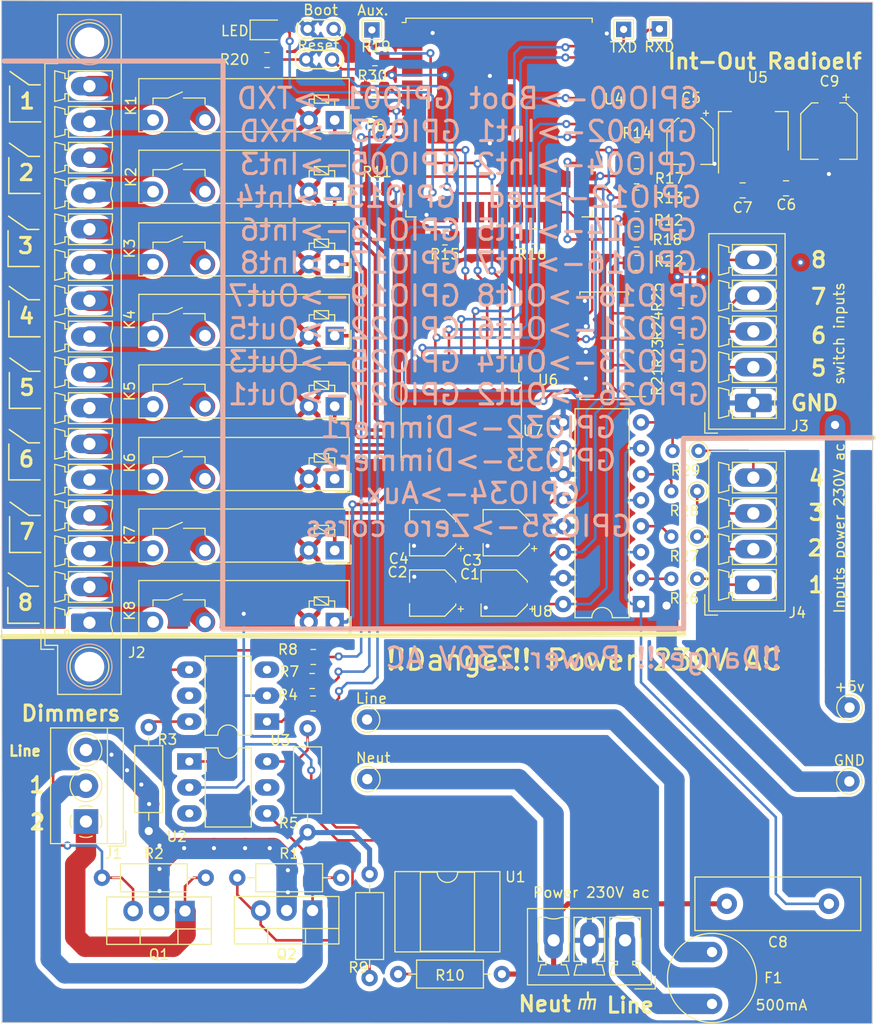
<source format=kicad_pcb>
(kicad_pcb (version 20221018) (generator pcbnew)
  (layers (0 "F.Cu" signal) (31 "B.Cu" signal) (34 "B.Paste" user) (35 "F.Paste" user) (36 "B.SilkS" user "B.Silkscreen") (37 "F.SilkS" user "F.Silkscreen") (38 "B.Mask" user) (39 "F.Mask" user) (44 "Edge.Cuts" user))
  (net 0 "")
  (net 1 "Net-(U4-IO2)")
  (net 2 "GND")
  (net 3 "Net-(U4-IO4)")
  (net 4 "Net-(U4-IO5)")
  (net 5 "Net-(U4-IO13)")
  (net 6 "+3V3")
  (net 7 "+5V")
  (net 8 "Net-(C8-Pad1)")
  (net 9 "NEUT")
  (net 10 "Net-(D1-K)")
  (net 11 "Net-(D1-A)")
  (net 12 "Net-(PS1-AC{slash}L)")
  (net 13 "Net-(J1-Pin_1)")
  (net 14 "Net-(J1-Pin_2)")
  (net 15 "Net-(J2-Pin_1)")
  (net 16 "Net-(J2-Pin_2)")
  (net 17 "Net-(J2-Pin_3)")
  (net 18 "Net-(J2-Pin_4)")
  (net 19 "Net-(J2-Pin_5)")
  (net 20 "Net-(J2-Pin_6)")
  (net 21 "Net-(J2-Pin_7)")
  (net 22 "Net-(J2-Pin_8)")
  (net 23 "Net-(J2-Pin_9)")
  (net 24 "Net-(J2-Pin_10)")
  (net 25 "Net-(J2-Pin_11)")
  (net 26 "Net-(J2-Pin_12)")
  (net 27 "Net-(J2-Pin_13)")
  (net 28 "Net-(J2-Pin_14)")
  (net 29 "Net-(J2-Pin_15)")
  (net 30 "Net-(J2-Pin_16)")
  (net 31 "Net-(J3-Pin_2)")
  (net 32 "Net-(J3-Pin_3)")
  (net 33 "Net-(J3-Pin_4)")
  (net 34 "Net-(J3-Pin_5)")
  (net 35 "LINE")
  (net 36 "Earth")
  (net 37 "Net-(J4-Pin_1)")
  (net 38 "Net-(J4-Pin_2)")
  (net 39 "Net-(J4-Pin_3)")
  (net 40 "Net-(J4-Pin_4)")
  (net 41 "Net-(U4-IO0)")
  (net 42 "Net-(U4-EN)")
  (net 43 "Net-(U7-O1)")
  (net 44 "Net-(U7-O2)")
  (net 45 "Net-(U7-O3)")
  (net 46 "Net-(U7-O4)")
  (net 47 "Net-(U7-O5)")
  (net 48 "Net-(U7-O6)")
  (net 49 "Net-(R3-Pad1)")
  (net 50 "Net-(U7-O7)")
  (net 51 "Net-(R4-Pad2)")
  (net 52 "Net-(R5-Pad1)")
  (net 53 "Net-(U7-O8)")
  (net 54 "Net-(R7-Pad2)")
  (net 55 "Net-(Q1-G)")
  (net 56 "Net-(R8-Pad2)")
  (net 57 "Net-(R9-Pad1)")
  (net 58 "Net-(R10-Pad1)")
  (net 59 "Net-(Q2-G)")
  (net 60 "Net-(U4-IO35)")
  (net 61 "Net-(U4-IO32)")
  (net 62 "Net-(U4-IO33)")
  (net 63 "Net-(R21-Pad1)")
  (net 64 "Net-(R22-Pad1)")
  (net 65 "Net-(R23-Pad1)")
  (net 66 "Net-(R24-Pad1)")
  (net 67 "Net-(R25-Pad1)")
  (net 68 "Net-(U4-IO14)")
  (net 69 "Net-(U4-IO15)")
  (net 71 "Net-(U4-IO16)")
  (net 72 "Net-(U4-IO17)")
  (net 73 "Net-(U4-IO34)")
  (net 74 "Net-(U4-RXD0{slash}IO3)")
  (net 75 "Net-(U4-TXD0{slash}IO1)")
  (net 83 "Net-(U4-IO25)")
  (net 84 "Net-(U4-IO26)")
  (net 85 "Net-(U4-IO27)")
  (net 92 "Net-(U4-IO18)")
  (net 93 "Net-(U4-IO19)")
  (net 95 "Net-(U4-IO21)")
  (net 96 "Net-(U4-IO22)")
  (net 97 "Net-(U4-IO23)")
  (net 98 "Net-(R26-Pad2)")
  (net 99 "Net-(R27-Pad2)")
  (net 100 "Net-(R28-Pad2)")
  (net 101 "Net-(R29-Pad2)")
  (footprint "Resistor_SMD:R_0805_2012Metric" (layer "F.Cu") (at 132.5875 58.9)
    (fp_text reference "R13")
    (fp_text value "10K")
  )
  (footprint "Capacitor_SMD:CP_Elec_4x3.9" (layer "F.Cu") (at 112.6 97.6 180)
    (fp_text reference "C2")
    (fp_text value "4.7uF")
  )
  (footprint "Capacitor_SMD:C_0805_2012Metric" (layer "F.Cu") (at 147.2 58)
    (fp_text reference "C6")
    (fp_text value "100nF")
  )
  (footprint "Package_TO_SOT_SMD:SOT-223-3_TabPin2" (layer "F.Cu") (at 144 52.4 90)
    (fp_text reference "U5")
    (fp_text value "LM1117-3.3")
  )
  (footprint "Resistor_THT:R_Axial_DIN0207_L6.3mm_D2.5mm_P10.16mm_Horizontal" (layer "F.Cu") (at 93.47 125.45)
    (fp_text reference "R1")
    (fp_text value "330R")
  )
  (footprint "LED_SMD:LED_0805_2012Metric" (layer "F.Cu") (at 96.4125 42.5)
    (fp_text reference "D1" hide)
    (fp_text value "LED")
  )
  (footprint "Resistor_SMD:R_0805_2012Metric" (layer "F.Cu") (at 113.8 62.8 180)
    (fp_text reference "R15")
    (fp_text value "10K")
  )
  (footprint "Capacitor_SMD:CP_Elec_4x3.9" (layer "F.Cu") (at 119.8 91.694 180)
    (fp_text reference "C3")
    (fp_text value "4.7uF")
  )
  (footprint "Resistor_SMD:R_0805_2012Metric" (layer "F.Cu") (at 107.15 58.05)
    (fp_text reference "R11")
    (fp_text value "4k7")
  )
  (footprint "Resistor_SMD:R_0805_2012Metric" (layer "F.Cu") (at 96.3875 45.45)
    (fp_text reference "R20")
    (fp_text value "330R")
  )
  (footprint "Resistor_SMD:R_0805_2012Metric" (layer "F.Cu") (at 136.8875 71.4)
    (fp_text reference "R24")
    (fp_text value "4k7")
  )
  (footprint "Package_SO:SOIC-18W_7.5x11.6mm_P1.27mm" (layer "F.Cu") (at 115.4 80.8 -90)
    (fp_text reference "U7")
    (fp_text value "ULN2803A")
  )
  (footprint "Capacitor_THT:C_Disc_D16.0mm_W5.0mm_P10.00mm" (layer "F.Cu") (at 151.4 128 180)
    (fp_text reference "C8")
    (fp_text value "100nF 400V")
  )
  (footprint "Resistor_THT:R_Axial_DIN0207_L6.3mm_D2.5mm_P10.16mm_Horizontal" (layer "F.Cu") (at 80.22 125.45)
    (fp_text reference "R2")
    (fp_text value "330R")
  )
  (footprint "Fuse:Fuse_Littelfuse_372_D8.50mm" (layer "F.Cu") (at 139.954 132.715 -90)
    (fp_text reference "F1")
    (fp_text value "500mA")
  )
  (footprint "Resistor_THT:R_Axial_DIN0207_L6.3mm_D2.5mm_P10.16mm_Horizontal" (layer "F.Cu") (at 84.8 110.72 -90)
    (fp_text reference "R3")
    (fp_text value "360R")
  )
  (footprint "Resistor_THT:R_Axial_DIN0207_L6.3mm_D2.5mm_P10.16mm_Horizontal" (layer "F.Cu") (at 109.22 134.874)
    (fp_text reference "R10")
    (fp_text value "47K")
  )
  (footprint "Connector_Pin:Pin_D1.0mm_L10.0mm" (layer "F.Cu") (at 153.425 108.8)
    (fp_text reference "H1" hide)
    (fp_text value "+5v")
  )
  (footprint "Resistor_SMD:R_0805_2012Metric" (layer "F.Cu") (at 100.8 106.2 180)
    (fp_text reference "R7")
    (fp_text value "220R")
  )
  (footprint "Resistor_THT:R_Axial_DIN0204_L3.6mm_D1.6mm_P2.54mm_Vertical" (layer "F.Cu") (at 138.507 92.075 180)
    (fp_text reference "R27")
    (fp_text value "220K")
  )
  (footprint "Capacitor_SMD:CP_Elec_4x3.9" (layer "F.Cu") (at 119.6 97.6 180)
    (fp_text reference "C1")
    (fp_text value "4.7uF")
  )
  (footprint "Connector_Phoenix_MC:PhoenixContact_MCV_1,5_4-G-3.5_1x04_P3.50mm_Vertical" (layer "F.Cu") (at 144 96.8 90)
    (fp_text reference "J4")
    (fp_text value "Inputs power 230V ac")
  )
  (footprint "Resistor_SMD:R_0805_2012Metric" (layer "F.Cu") (at 100.9125 103.85 180)
    (fp_text reference "R8")
    (fp_text value "220R")
  )
  (footprint "TestPoint:TestPoint_THTPad_1.5x1.5mm_Drill0.7mm" (layer "F.Cu") (at 131.3 42.45)
    (fp_text reference "TP2" hide)
    (fp_text value "TXD")
  )
  (footprint "Capacitor_SMD:CP_Elec_5x4.4" (layer "F.Cu") (at 151.4 52.4 -90)
    (fp_text reference "C9")
    (fp_text value "220uF")
  )
  (footprint "Resistor_THT:R_Axial_DIN0204_L3.6mm_D1.6mm_P2.54mm_Vertical" (layer "F.Cu") (at 138.507 87.63 180)
    (fp_text reference "R28")
    (fp_text value "220K")
  )
  (footprint "Resistor_THT:R_Axial_DIN0207_L6.3mm_D2.5mm_P10.16mm_Horizontal" (layer "F.Cu") (at 100.35 110.84 -90)
    (fp_text reference "R5")
    (fp_text value "360R")
  )
  (footprint "Resistor_SMD:R_0805_2012Metric" (layer "F.Cu") (at 106.95 45.275)
    (fp_text reference "R19")
    (fp_text value "10K")
  )
  (footprint "Resistor_SMD:R_0805_2012Metric" (layer "F.Cu") (at 132.575 56.825 180)
    (fp_text reference "R17")
    (fp_text value "4k7")
  )
  (footprint "Resistor_SMD:R_0805_2012Metric" (layer "F.Cu") (at 132.5875 63 180)
    (fp_text reference "R18")
    (fp_text value "4k7")
  )
  (footprint "Relay_THT:Relay_HF49FDxxx-1h1" (layer "F.Cu") (at 103.01 51.3225 180)
    (fp_text reference "K1")
    (fp_text value "HF49FD-005-1H11")
  )
  (footprint "Capacitor_SMD:CP_Elec_4x5.8" (layer "F.Cu") (at 137.8 53.4 -90)
    (fp_text reference "C5")
    (fp_text value "22uF")
  )
  (footprint "Resistor_SMD:R_0805_2012Metric" (layer "F.Cu") (at 132.6125 54.25)
    (fp_text reference "R14")
    (fp_text value "10K")
  )
  (footprint "TerminalBlock_4Ucon:TerminalBlock_4Ucon_1x03_P3.50mm_Horizontal" (layer "F.Cu") (at 78.65 119.95 90)
    (fp_text reference "J1")
    (fp_text value "Dimmers")
  )
  (footprint "Resistor_SMD:R_0805_2012Metric" (layer "F.Cu") (at 106.9375 48.275 180)
    (fp_text reference "R30")
    (fp_text value "4k7")
  )
  (footprint "Connector_Phoenix_MC:PhoenixContact_MCV_1,5_16-GF-3.5_1x16_P3.50mm_Vertical_ThreadedFlange_MountHole" (layer "F.Cu") (at 78.9925 100.5 90)
    (fp_text reference "J2")
    (fp_text value "Relays")
  )
  (footprint "Package_DIP:DIP-6_W7.62mm_SMDSocket_SmallPads" (layer "F.Cu") (at 114.046 128.778)
    (fp_text reference "U1")
    (fp_text value "H11AA1")
  )
  (footprint "Connector_Pin:Pin_D1.0mm_L10.0mm" (layer "F.Cu") (at 106.2 115.8)
    (fp_text reference "H4" hide)
    (fp_text value "Neut")
  )
  (footprint "Capacitor_SMD:C_0805_2012Metric" (layer "F.Cu") (at 142.95 58.2 180)
    (fp_text reference "C7")
    (fp_text value "100nF")
  )
  (footprint "Package_DIP:DIP-6_W7.62mm_LongPads" (layer "F.Cu") (at 96.375 110.175 180)
    (fp_text reference "U3")
    (fp_text value "MOC3041M")
  )
  (footprint "Package_DIP:DIP-6_W7.62mm_LongPads" (layer "F.Cu") (at 88.775 114.075)
    (fp_text reference "U2")
    (fp_text value "MOC3041M")
  )
  (footprint "Connector_Pin:Pin_D1.0mm_L10.0mm" (layer "F.Cu") (at 153.4 116.025)
    (fp_text reference "H2" hide)
    (fp_text value "GND")
  )
  (footprint "Resistor_SMD:R_0805_2012Metric" (layer "F.Cu") (at 136.8875 74)
    (fp_text reference "R23")
    (fp_text value "4k7")
  )
  (footprint "Package_SO:SOIC-16_4.55x10.3mm_P1.27mm" (layer "F.Cu") (at 129.4 73.4 180)
    (fp_text reference "U6")
    (fp_text value "TLP291-4")
  )
  (footprint "Resistor_SMD:R_0805_2012Metric" (layer "F.Cu") (at 132.625 65.3)
    (fp_text reference "R22")
    (fp_text value "100")
  )
  (footprint "Relay_THT:Relay_HF49FDxxx-1h1" (layer "F.Cu") (at 103.01 65.4225 180)
    (fp_text reference "K3")
    (fp_text value "HF49FD-005-1H11")
  )
  (footprint "Package_TO_SOT_THT:TO-220-3_Vertical" (layer "F.Cu") (at 100.84 128.655 180)
    (fp_text reference "Q2")
    (fp_text value "TIC226")
  )
  (footprint "TestPoint:TestPoint_2Pads_Pitch2.54mm_Drill0.8mm" (layer "F.Cu") (at 102.9 42.4 180)
    (fp_text reference "JP1" hide)
    (fp_text value "Boot")
  )
  (footprint "Relay_THT:Relay_HF49FDxxx-1h1" (layer "F.Cu") (at 103.01 58.3225 180)
    (fp_text reference "K2")
    (fp_text value "HF49FD-005-1H11")
  )
  (footprint "Resistor_THT:R_Axial_DIN0204_L3.6mm_D1.6mm_P2.54mm_Vertical" (layer "F.Cu") (at 138.507 96.2 180)
    (fp_text reference "R26")
    (fp_text value "220K")
  )
  (footprint "Resistor_THT:R_Axial_DIN0207_L6.3mm_D2.5mm_P10.16mm_Horizontal" (layer "F.Cu") (at 106.426 135.255 90)
    (fp_text reference "R9")
    (fp_text value "47K")
  )
  (footprint "Resistor_SMD:R_0805_2012Metric" (layer "F.Cu") (at 136.8875 76.6)
    (fp_text reference "R21")
    (fp_text value "4k7")
  )
  (footprint "Package_DIP:DIP-16_W7.62mm" (layer "F.Cu") (at 133 98.675 180)
    (fp_text reference "U8")
    (fp_text value "TLP290-4")
  )
  (footprint "Connector_Phoenix_MC:PhoenixContact_MCV_1,5_3-G-3.5_1x03_P3.50mm_Vertical" (layer "F.Cu") (at 131.445 131.572 180)
    (fp_text reference "J5" hide)
    (fp_text value "Power 230V ac")
  )
  (footprint "Resistor_SMD:R_0805_2012Metric" (layer "F.Cu") (at 106.925 50.25 180)
    (fp_text reference "R6")
    (fp_text value "4k7")
  )
  (footprint "TestPoint:TestPoint_THTPad_1.5x1.5mm_Drill0.7mm" (layer "F.Cu") (at 134.8 42.4)
    (fp_text reference "TP1" hide)
    (fp_text value "RXD")
  )
  (footprint "Relay_THT:Relay_HF49FDxxx-1h1" (layer "F.Cu") (at 103.01 100.4225 180)
    (fp_text reference "K8")
    (fp_text value "HF49FD-005-1H11")
  )
  (footprint "TestPoint:TestPoint_2Pads_Pitch2.54mm_Drill0.8mm" (layer "F.Cu") (at 102.75 45.4 180)
    (fp_text reference "JP2" hide)
    (fp_text value "Reset")
  )
  (footprint "Relay_THT:Relay_HF49FDxxx-1h1" (layer "F.Cu") (at 103.01 72.4225 180)
    (fp_text reference "K4")
    (fp_text value "HF49FD-005-1H11")
  )
  (footprint "Connector_Phoenix_MC:PhoenixContact_MCV_1,5_5-G-3.5_1x05_P3.50mm_Vertical" (layer "F.Cu") (at 144 79 90)
    (fp_text reference "J3")
    (fp_text value "switch inputs")
  )
  (footprint "Resistor_THT:R_Axial_DIN0204_L3.6mm_D1.6mm_P2.54mm_Vertical" (layer "F.Cu") (at 138.634 83.693 180)
    (fp_text reference "R29")
    (fp_text value "220K")
  )
  (footprint "Resistor_SMD:R_0805_2012Metric" (layer "F.Cu") (at 132.6125 61)
    (fp_text reference "R12")
    (fp_text value "10K")
  )
  (footprint "Relay_THT:Relay_HF49FDxxx-1h1" (layer "F.Cu") (at 103.01 79.3225 180)
    (fp_text reference "K5")
    (fp_text value "HF49FD-005-1H11")
  )
  (footprint "Resistor_SMD:R_0805_2012Metric" (layer "F.Cu") (at 136.8875 69)
    (fp_text reference "R25")
    (fp_text value "4k7")
  )
  (footprint "Package_TO_SOT_THT:TO-220-3_Vertical" (layer "F.Cu") (at 88.35 128.7 180)
    (fp_text reference "Q1")
    (fp_text value "TIC226")
  )
  (footprint "Capacitor_SMD:CP_Elec_4x3.9" (layer "F.Cu") (at 112.6 91.694 180)
    (fp_text reference "C4")
    (fp_text value "4.7uF")
  )
  (footprint "RF_Module:ESP32-WROOM-32U" (layer "F.Cu") (at 119.1 51.075)
    (fp_text reference "U4")
    (fp_text value "ESP32-WROOM-32UE")
  )
  (footprint "Resistor_SMD:R_0805_2012Metric" (layer "F.Cu") (at 100.8875 108.4 180)
    (fp_text reference "R4")
    (fp_text value "150R")
  )
  (footprint "Connector_Pin:Pin_D1.0mm_L10.0mm" (layer "F.Cu") (at 106.175 109.975)
    (fp_text reference "H3" hide)
    (fp_text value "Line")
  )
  (footprint "Relay_THT:Relay_HF49FDxxx-1h1" (layer "F.Cu") (at 103.01 93.4225 180)
    (fp_text reference "K7")
    (fp_text value "HF49FD-005-1H11")
  )
  (footprint "TestPoint:TestPoint_THTPad_1.5x1.5mm_Drill0.7mm" (layer "F.Cu") (at 106.65 42.5)
    (fp_text reference "TP3" hide)
    (fp_text value "Aux.")
  )
  (footprint "Relay_THT:Relay_HF49FDxxx-1h1" (layer "F.Cu") (at 103.01 86.4225 180)
    (fp_text reference "K6")
    (fp_text value "HF49FD-005-1H11")
  )
  (footprint "Resistor_SMD:R_0805_2012Metric" (layer "F.Cu") (at 122.5 62.7)
    (fp_text reference "R16")
    (fp_text value "4k7")
  )
  (gr_line (start 92.075 45.55) (end 70.65 45.55) (stroke (width 0.5)) (layer "B.SilkS"))
  (gr_line (start 155.59025 82.4) (end 137.14025 82.475) (stroke (width 0.5)) (layer "B.SilkS"))
  (gr_line (start 137.14025 82.55) (end 137.17975 101.067) (stroke (width 0.5)) (layer "B.SilkS"))
  (gr_line (start 92.0395 101.117) (end 92.075 45.55) (stroke (width 0.5)) (layer "B.SilkS"))
  (gr_line (start 137.17975 101.067) (end 92.0395 101.117) (stroke (width 0.5)) (layer "B.SilkS"))
  (gr_line (start 74.15 58.5) (end 71.1 58.5) (stroke (width 0.15)) (layer "F.SilkS"))
  (gr_line (start 74.1 54.875) (end 73 54.875) (stroke (width 0.15)) (layer "F.SilkS"))
  (gr_line (start 71.5 67.85) (end 71.15 67.6) (stroke (width 0.15)) (layer "F.SilkS"))
  (gr_line (start 128.047 137.378) (end 127.872 138.278) (stroke (width 0.2)) (layer "F.SilkS"))
  (gr_line (start 74.1 68.9) (end 73 68.9) (stroke (width 0.15)) (layer "F.SilkS"))
  (gr_line (start 127.597 137.353) (end 127.397 138.278) (stroke (width 0.2)) (layer "F.SilkS"))
  (gr_line (start 74.1 82.9) (end 73 82.9) (stroke (width 0.15)) (layer "F.SilkS"))
  (gr_line (start 155.785 82.4) (end 137.16 82.475) (stroke (width 0.5)) (layer "F.SilkS"))
  (gr_line (start 73 82.9) (end 71.5 81.85) (stroke (width 0.15)) (layer "F.SilkS"))
  (gr_line (start 74.15 75.9) (end 73.05 75.9) (stroke (width 0.15)) (layer "F.SilkS"))
  (gr_line (start 71.5 81.85) (end 71.15 81.6) (stroke (width 0.15)) (layer "F.SilkS"))
  (gr_line (start 71.4 95.875) (end 71.05 95.625) (stroke (width 0.15)) (layer "F.SilkS"))
  (gr_line (start 71.5 53.825) (end 71.15 53.575) (stroke (width 0.15)) (layer "F.SilkS"))
  (gr_line (start 74.05 100.55) (end 71 100.55) (stroke (width 0.15)) (layer "F.SilkS"))
  (gr_line (start 73 68.9) (end 71.5 67.85) (stroke (width 0.15)) (layer "F.SilkS"))
  (gr_line (start 71.025 65.65) (end 71.025 62.15) (stroke (width 0.15)) (layer "F.SilkS"))
  (gr_line (start 74.225 93.625) (end 71.175 93.625) (stroke (width 0.15)) (layer "F.SilkS"))
  (gr_line (start 74.15 72.525) (end 71.1 72.525) (stroke (width 0.15)) (layer "F.SilkS"))
  (gr_line (start 71.1 72.525) (end 71.1 69.025) (stroke (width 0.15)) (layer "F.SilkS"))
  (gr_line (start 127.797 136.653) (end 127.8095 137.353) (stroke (width 0.2)) (layer "F.SilkS"))
  (gr_line (start 71.15 79.525) (end 71.15 76.025) (stroke (width 0.15)) (layer "F.SilkS"))
  (gr_line (start 74.075 65.65) (end 71.025 65.65) (stroke (width 0.15)) (layer "F.SilkS"))
  (gr_line (start 71.1 86.525) (end 71.1 83.025) (stroke (width 0.15)) (layer "F.SilkS"))
  (gr_line (start 71.575 88.95) (end 71.225 88.7) (stroke (width 0.15)) (layer "F.SilkS"))
  (gr_line (start 71.175 51.5) (end 71.175 48) (stroke (width 0.15)) (layer "F.SilkS"))
  (gr_line (start 74.175 90) (end 73.075 90) (stroke (width 0.15)) (layer "F.SilkS"))
  (gr_line (start 73.075 90) (end 71.575 88.95) (stroke (width 0.15)) (layer "F.SilkS"))
  (gr_line (start 73 54.875) (end 71.5 53.825) (stroke (width 0.15)) (layer "F.SilkS"))
  (gr_line (start 74.025 62.025) (end 72.925 62.025) (stroke (width 0.15)) (layer "F.SilkS"))
  (gr_line (start 71.175 93.625) (end 71.175 90.125) (stroke (width 0.15)) (layer "F.SilkS"))
  (gr_line (start 74.2 79.525) (end 71.15 79.525) (stroke (width 0.15)) (layer "F.SilkS"))
  (gr_line (start 74.15 86.525) (end 71.1 86.525) (stroke (width 0.15)) (layer "F.SilkS"))
  (gr_line (start 72.9 96.925) (end 71.4 95.875) (stroke (width 0.15)) (layer "F.SilkS"))
  (gr_line (start 137.16 82.475) (end 137.16 101.6) (stroke (width 0.5)) (layer "F.SilkS"))
  (gr_line (start 128.522 137.353) (end 127.097 137.353) (stroke (width 0.2)) (layer "F.SilkS"))
  (gr_line (start 74.225 51.5) (end 71.175 51.5) (stroke (width 0.15)) (layer "F.SilkS"))
  (gr_line (start 127.097 137.353) (end 126.922 138.278) (stroke (width 0.2)) (layer "F.SilkS"))
  (gr_line (start 74.175 47.875) (end 73.075 47.875) (stroke (width 0.15)) (layer "F.SilkS"))
  (gr_line (start 72.925 62.025) (end 71.425 60.975) (stroke (width 0.15)) (layer "F.SilkS"))
  (gr_line (start 71.55 74.85) (end 71.2 74.6) (stroke (width 0.15)) (layer "F.SilkS"))
  (gr_line (start 128.522 137.353) (end 128.397 138.303) (stroke (width 0.2)) (layer "F.SilkS"))
  (gr_line (start 73.075 47.875) (end 71.575 46.825) (stroke (width 0.15)) (layer "F.SilkS"))
  (gr_line (start 71.575 46.825) (end 71.225 46.575) (stroke (width 0.15)) (layer "F.SilkS"))
  (gr_line (start 71.1 58.5) (end 71.1 55) (stroke (width 0.15)) (layer "F.SilkS"))
  (gr_line (start 137.16 101.6) (end 70.485 101.854) (stroke (width 0.5)) (layer "F.SilkS"))
  (gr_line (start 73.05 75.9) (end 71.55 74.85) (stroke (width 0.15)) (layer "F.SilkS"))
  (gr_line (start 71 100.55) (end 71 97.05) (stroke (width 0.15)) (layer "F.SilkS"))
  (gr_line (start 74 96.925) (end 72.9 96.925) (stroke (width 0.15)) (layer "F.SilkS"))
  (gr_line (start 71.425 60.975) (end 71.075 60.725) (stroke (width 0.15)) (layer "F.SilkS"))
  (gr_line (start 155.65 139.725) (end 70.425 139.625) (stroke (width 0.1)) (layer "Edge.Cuts"))
  (gr_line (start 155.7 39.775) (end 155.65 139.725) (stroke (width 0.1)) (layer "Edge.Cuts"))
  (gr_line (start 70.375 39.625) (end 155.7 39.775) (stroke (width 0.1)) (layer "Edge.Cuts"))
  (gr_line (start 70.425 139.625) (end 70.375 39.625) (stroke (width 0.1)) (layer "Edge.Cuts"))
  (gr_text "GPIO00->Boot GPIO01->TXD\nGPIO02->Int1 GPIO03->RXD\nGPIO04->Int2 GPIO05->Int3\nGPIO12->Led  GPIO13->Int4\nGPIO14->Int5 GPIO15->Int6\nGPIO16->Int7 GPIO17->Int8\nGPIO18->Out8 GPIO19->Out7\nGPIO21->Out6 GPIO22->Out5\nGPIO23->Out4 GPIO25->Out3\nGPIO26->Out2 GPIO27->Out1\nGPIO32->Dimmer1\nGPIO33->Dimmer2\nGPIO34->Aux.\nGPIO35->Zero corss\n\n\n" (at 116.1 73.35) (layer "B.SilkS") (effects (font (size 2 2) (thickness 0.3)) (justify mirror)))
  (gr_text "!!Danger!! Power 230V AC" (at 127.35 103.95) (layer "B.SilkS") (effects (font (size 2 2) (thickness 0.3)) (justify mirror)))
  (gr_text "5" (at 150.4 75.6) (layer "F.SilkS") (effects (font (size 1.5 1.5) (thickness 0.3))))
  (gr_text "1" (at 72.9 49.475) (layer "F.SilkS") (effects (font (size 1.5 1.5) (thickness 0.3))))
  (gr_text "7" (at 150.4 68.6) (layer "F.SilkS") (effects (font (size 1.5 1.5) (thickness 0.3))))
  (gr_text "1" (at 73.85 116.375) (layer "F.SilkS") (effects (font (size 1.5 1.5) (thickness 0.3))))
  (gr_text "3" (at 150.175 89.725) (layer "F.SilkS") (effects (font (size 1.5 1.5) (thickness 0.3))))
  (gr_text "5" (at 72.875 77.5) (layer "F.SilkS") (effects (font (size 1.5 1.5) (thickness 0.3))))
  (gr_text "8" (at 72.725 98.525) (layer "F.SilkS") (effects (font (size 1.5 1.5) (thickness 0.3))))
  (gr_text "1" (at 150.15 96.8) (layer "F.SilkS") (effects (font (size 1.5 1.5) (thickness 0.3))))
  (gr_text "!!Danger!! Power 230V AC" (at 127.45 104.15) (layer "F.SilkS") (effects (font (size 2 2) (thickness 0.3))))
  (gr_text "2" (at 73.9 120) (layer "F.SilkS") (effects (font (size 1.5 1.5) (thickness 0.3))))
  (gr_text "Dimmers" (at 77.175 109.375) (layer "F.SilkS") (effects (font (size 1.5 1.5) (thickness 0.3))))
  (gr_text "3" (at 72.75 63.625) (layer "F.SilkS") (effects (font (size 1.5 1.5) (thickness 0.3))))
  (gr_text "6" (at 150.4 72.4) (layer "F.SilkS") (effects (font (size 1.5 1.5) (thickness 0.3))))
  (gr_text "4" (at 72.825 70.5) (layer "F.SilkS") (effects (font (size 1.5 1.5) (thickness 0.3))))
  (gr_text "4" (at 150.175 86.375) (layer "F.SilkS") (effects (font (size 1.5 1.5) (thickness 0.3))))
  (gr_text "GND" (at 150 79) (layer "F.SilkS") (effects (font (size 1.5 1.5) (thickness 0.3))))
  (gr_text "7" (at 72.9 91.6) (layer "F.SilkS") (effects (font (size 1.5 1.5) (thickness 0.3))))
  (gr_text "8" (at 150.4 65) (layer "F.SilkS") (effects (font (size 1.5 1.5) (thickness 0.3))))
  (gr_text "Line" (at 72.675 113.05) (layer "F.SilkS") (effects (font (size 1 1) (thickness 0.25))))
  (gr_text "Int-Out Radioelf" (at 145.125 45.575) (layer "F.SilkS") (effects (font (size 1.5 1.5) (thickness 0.3))))
  (gr_text "2" (at 150.075 93.2) (layer "F.SilkS") (effects (font (size 1.5 1.5) (thickness 0.3))))
  (gr_text "Line" (at 131.953 137.922) (layer "F.SilkS") (effects (font (size 1.5 1.5) (thickness 0.3))))
  (gr_text "2" (at 72.825 56.475) (layer "F.SilkS") (effects (font (size 1.5 1.5) (thickness 0.3))))
  (gr_text "6" (at 72.825 84.5) (layer "F.SilkS") (effects (font (size 1.5 1.5) (thickness 0.3))))
  (gr_text "Neut" (at 123.571 137.795) (layer "F.SilkS") (effects (font (size 1.5 1.5) (thickness 0.3))))
  (segment (start 123.2 97.8) (end 121.4 97.8) (width 0.25) (layer "F.Cu") (net 1))
  (segment (start 124.075 98.675) (end 123.2 97.8) (width 0.25) (layer "F.Cu") (net 1))
  (segment (start 126.005 60.33) (end 126.675 61) (width 0.25) (layer "F.Cu") (net 1))
  (segment (start 124.815 60.33) (end 126.005 60.33) (width 0.25) (layer "F.Cu") (net 1))
  (segment (start 125.38 98.675) (end 124.075 98.675) (width 0.25) (layer "F.Cu") (net 1))
  (segment (start 126.675 61) (end 130.75 61) (width 0.25) (layer "F.Cu") (net 1))
  (segment (start 130.75 61) (end 131.7 61) (width 0.25) (layer "F.Cu") (net 1))
  (via (at 130.75 61) (size 0.8) (drill 0.4) (layers "F.Cu" "B.Cu") (net 1))
  (segment (start 128.05 98.675) (end 129.625 97.1) (width 0.25) (layer "B.Cu") (net 1))
  (segment (start 129.625 97.1) (end 129.625 80.35) (width 0.25) (layer "B.Cu") (net 1))
  (segment (start 130.75 79.225) (end 130.75 61) (width 0.25) (layer "B.Cu") (net 1))
  (segment (start 129.625 80.35) (end 130.75 79.225) (width 0.25) (layer "B.Cu") (net 1))
  (segment (start 125.38 98.675) (end 128.05 98.675) (width 0.25) (layer "B.Cu") (net 1))
  (segment (start 118 91.4) (end 118 92.95) (width 0.25) (layer "F.Cu") (net 2))
  (segment (start 110.775 92.975) (end 110.775 91.425) (width 0.25) (layer "F.Cu") (net 2))
  (segment (start 127.6 76.6) (end 126.175 76.6) (width 0.25) (layer "F.Cu") (net 2))
  (segment (start 110.615 74.625) (end 110.32 74.92) (width 0.25) (layer "F.Cu") (net 2))
  (segment (start 118.2 53.4) (end 118.1 53.3) (width 0.25) (layer "F.Cu") (net 2))
  (segment (start 127.63 42.85) (end 127.6 42.82) (width 0.25) (layer "F.Cu") (net 2))
  (segment (start 138.15 55.55) (end 137.8 55.2) (width 0.25) (layer "F.Cu") (net 2))
  (segment (start 110.8 96) (end 110.8 97.6) (width 0.25) (layer "F.Cu") (net 2))
  (segment (start 141.7 55.55) (end 138.15 55.55) (width 0.25) (layer "F.Cu") (net 2))
  (segment (start 115.062 131.318) (end 113.792 130.048) (width 0.25) (layer "F.Cu") (net 2))
  (segment (start 129.65 42.85) (end 127.63 42.85) (width 0.25) (layer "F.Cu") (net 2))
  (segment (start 112.6 42.8) (end 110.62 42.8) (width 0.25) (layer "F.Cu") (net 2))
  (segment (start 113.157 121.793) (end 103.299676 121.793) (width 0.25) (layer "F.Cu") (net 2))
  (segment (start 112 60.6) (end 113.115 60.6) (width 0.25) (layer "F.Cu") (net 2))
  (segment (start 126.15 68.955) (end 126.202846 69.007846) (width 0.25) (layer "F.Cu") (net 2))
  (segment (start 126.155 71.5) (end 126.15 71.495) (width 0.25) (layer "F.Cu") (net 2))
  (segment (start 126.185 74) (end 126.15 74.035) (width 0.25) (layer "F.Cu") (net 2))
  (segment (start 141.7 57.9) (end 141.7 55.55) (width 0.25) (layer "F.Cu") (net 2))
  (segment (start 113.792 130.048) (end 113.792 122.428) (width 0.25) (layer "F.Cu") (net 2))
  (segment (start 110.775 91.425) (end 110.8 91.4) (width 0.25) (layer "F.Cu") (net 2))
  (segment (start 118 92.95) (end 117.975 92.975) (width 0.25) (layer "F.Cu") (net 2))
  (segment (start 127.6 71.5) (end 126.155 71.5) (width 0.25) (layer "F.Cu") (net 2))
  (segment (start 127.6 74) (end 126.185 74) (width 0.25) (layer "F.Cu") (net 2))
  (segment (start 150.8 58) (end 148.15 58) (width 0.25) (layer "F.Cu") (net 2))
  (segment (start 117.856 131.318) (end 115.062 131.318) (width 0.25) (layer "F.Cu") (net 2))
  (segment (start 113.792 122.428) (end 113.157 121.793) (width 0.25) (layer "F.Cu") (net 2))
  (segment (start 103.299676 121.793) (end 100.711 119.204324) (width 0.25) (layer "F.Cu") (net 2))
  (segment (start 126.202846 69.007846) (end 127.5005 69.007846) (width 0.25) (layer "F.Cu") (net 2))
  (segment (start 110.875 74.625) (end 110.615 74.625) (width 0.25) (layer "F.Cu") (net 2))
  (segment (start 97.35 45.4) (end 97.3 45.45) (width 0.25) (layer "F.Cu") (net 2))
  (segment (start 151.4 54.6) (end 151.4 57.4) (width 0.25) (layer "F.Cu") (net 2))
  (segment (start 118.2 47) (end 118.1 47.1) (width 0.25) (layer "F.Cu") (net 2))
  (segment (start 117.8 97.6) (end 117.8 99.025) (width 0.25) (layer "F.Cu") (net 2))
  (segment (start 100.21 45.4) (end 97.35 45.4) (width 0.25) (layer "F.Cu") (net 2))
  (segment (start 142 58.2) (end 141.7 57.9) (width 0.25) (layer "F.Cu") (net 2))
  (segment (start 118.1 47.1) (end 118.1 50.32) (width 0.25) (layer "F.Cu") (net 2))
  (segment (start 151.4 57.4) (end 150.8 58) (width 0.25) (layer "F.Cu") (net 2))
  (segment (start 100.711 119.204324) (end 100.711 114.935) (width 0.25) (layer "F.Cu") (net 2))
  (segment (start 113.115 60.6) (end 113.385 60.33) (width 0.25) (layer "F.Cu") (net 2))
  (segment (start 110.62 42.8) (end 110.6 42.82) (width 0.25) (layer "F.Cu") (net 2))
  (segment (start 126.175 76.6) (end 126.15 76.575) (width 0.25) (layer "F.Cu") (net 2))
  (segment (start 110.32 76.15) (end 110.32 74.92) (width 0.25) (layer "F.Cu") (net 2))
  (segment (start 118.1 53.3) (end 118.1 50.32) (width 0.25) (layer "F.Cu") (net 2))
  (via (at 129.65 42.85) (size 0.8) (drill 0.4) (layers "F.Cu" "B.Cu") (net 2))
  (via (at 110.775 92.975) (size 0.8) (drill 0.4) (layers "F.Cu" "B.Cu") (net 2))
  (via (at 127.6 76.6) (size 0.8) (drill 0.4) (layers "F.Cu" "B.Cu") (net 2))
  (via (at 100.711 114.935) (size 0.8) (drill 0.4) (layers "F.Cu" "B.Cu") (net 2))
  (via (at 140.2 55.6) (size 0.8) (drill 0.4) (layers "F.Cu" "B.Cu") (net 2))
  (via (at 118.2 53.6) (size 0.8) (drill 0.4) (layers "F.Cu" "B.Cu") (net 2))
  (via (at 110.8 96) (size 0.8) (drill 0.4) (layers "F.Cu" "B.Cu") (net 2))
  (via (at 94.1 99.625) (size 0.8) (drill 0.4) (layers "F.Cu" "B.Cu") (net 2))
  (via (at 117.8 99.025) (size 0.8) (drill 0.4) (layers "F.Cu" "B.Cu") (net 2))
  (via (at 110.875 74.625) (size 0.8) (drill 0.4) (layers "F.Cu" "B.Cu") (net 2))
  (via (at 151.4 56.6) (size 0.8) (drill 0.4) (layers "F.Cu" "B.Cu") (net 2))
  (via (at 127.6 71.5) (size 0.8) (drill 0.4) (layers "F.Cu" "B.Cu") (net 2))
  (via (at 118.2 47) (size 0.8) (drill 0.4) (layers "F.Cu" "B.Cu") (net 2))
  (via (at 135.5 98.825) (size 1.6) (drill 0.8) (layers "F.Cu" "B.Cu") (net 2))
  (via (at 112 60.6) (size 0.8) (drill 0.4) (layers "F.Cu" "B.Cu") (net 2))
  (via (at 117.975 92.975) (size 0.8) (drill 0.4) (layers "F.Cu" "B.Cu") (net 2))
  (via (at 127.6 74) (size 0.8) (drill 0.4) (layers "F.Cu" "B.Cu") (net 2))
  (via (at 112.6 42.8) (size 0.8) (drill 0.4) (layers "F.Cu" "B.Cu") (net 2))
  (via (at 127.5005 69.007846) (size 0.8) (drill 0.4) (layers "F.Cu" "B.Cu") (net 2))
  (segment (start 88.775 116.615) (end 93.385 116.615) (width 0.25) (layer "B.Cu") (net 2))
  (segment (start 151.975 116.05) (end 148.4 116.05) (width 2) (layer "B.Cu") (net 2))
  (segment (start 100.711 113.919) (end 99.441 112.649) (width 0.25) (layer "B.Cu") (net 2))
  (segment (start 94.1 115.9) (end 94.1 114.173) (width 0.25) (layer "B.Cu") (net 2))
  (segment (start 135.5 98.825) (end 135.5 103.15) (width 2) (layer "B.Cu") (net 2))
  (segment (start 94.1 107.65) (end 94.1 107.375) (width 0.25) (layer "B.Cu") (net 2))
  (segment (start 94.115 107.635) (end 94.1 107.65) (width 0.25) (layer "B.Cu") (net 2))
  (segment (start 94.36 107.635) (end 96.375 107.635) (width 0.25) (layer "B.Cu") (net 2))
  (segment (start 94.1 114.173) (end 94.1 107.65) (width 0.25) (layer "B.Cu") (net 2))
  (segment (start 94.1 99.625) (end 94.1 107.375) (width 0.25) (layer "B.Cu") (net 2))
  (segment (start 93.385 116.615) (end 94.1 115.9) (width 0.25) (layer "B.Cu") (net 2))
  (segment (start 148.4 116.05) (end 135.5 103.15) (width 2) (layer "B.Cu") (net 2))
  (segment (start 99.441 112.649) (end 99.187 112.395) (width 0.25) (layer "B.Cu") (net 2))
  (segment (start 152 116.025) (end 151.975 116.05) (width 2) (layer "B.Cu") (net 2))
  (segment (start 99.187 112.395) (end 94.234 112.395) (width 0.25) (layer "B.Cu") (net 2))
  (segment (start 153.4 116.025) (end 152 116.025) (width 2) (layer "B.Cu") (net 2))
  (segment (start 96.375 107.635) (end 94.115 107.635) (width 0.25) (layer "B.Cu") (net 2))
  (segment (start 100.711 114.935) (end 100.711 113.919) (width 0.25) (layer "B.Cu") (net 2))
  (segment (start 122.975 95.925) (end 122.875 95.925) (width 0.25) (layer "F.Cu") (net 3))
  (segment (start 125.38 93.595) (end 124.505 93.595) (width 0.25) (layer "F.Cu") (net 3))
  (segment (start 127.6 58.06) (end 129.61 58.06) (width 0.25) (layer "F.Cu") (net 3))
  (segment (start 123.675 94.425) (end 123.675 95.225) (width 0.25) (layer "F.Cu") (net 3))
  (segment (start 114.4 96.325) (end 114.8 95.925) (width 0.25) (layer "F.Cu") (net 3))
  (segment (start 123.675 95.225) (end 122.975 95.925) (width 0.25) (layer "F.Cu") (net 3))
  (segment (start 130.025 58.475) (end 130.025 58.9) (width 0.25) (layer "F.Cu") (net 3))
  (segment (start 114.4 97.6) (end 114.4 96.6) (width 0.25) (layer "F.Cu") (net 3))
  (segment (start 127.66 58) (end 127.6 58.06) (width 0.25) (layer "F.Cu") (net 3))
  (segment (start 129.61 58.06) (end 130.025 58.475) (width 0.25) (layer "F.Cu") (net 3))
  (segment (start 114.4 96.6) (end 114.4 96.325) (width 0.25) (layer "F.Cu") (net 3))
  (segment (start 124.505 93.595) (end 123.675 94.425) (width 0.25) (layer "F.Cu") (net 3))
  (segment (start 130.025 58.9) (end 131.675 58.9) (width 0.25) (layer "F.Cu") (net 3))
  (segment (start 114.8 95.925) (end 122.875 95.925) (width 0.25) (layer "F.Cu") (net 3))
  (via (at 130.025 58.9) (size 0.8) (drill 0.4) (layers "F.Cu" "B.Cu") (net 3))
  (segment (start 130 58.925) (end 130.025 58.9) (width 0.25) (layer "B.Cu") (net 3))
  (segment (start 128.525 80.025) (end 130 78.55) (width 0.25) (layer "B.Cu") (net 3))
  (segment (start 130 78.55) (end 130 58.925) (width 0.25) (layer "B.Cu") (net 3))
  (segment (start 128.525 92.275) (end 128.525 80.025) (width 0.25) (layer "B.Cu") (net 3))
  (segment (start 127.205 93.595) (end 128.525 92.275) (width 0.25) (layer "B.Cu") (net 3))
  (segment (start 125.38 93.595) (end 127.205 93.595) (width 0.25) (layer "B.Cu") (net 3))
  (segment (start 129.85 54.25) (end 127.6 54.25) (width 0.25) (layer "F.Cu") (net 4))
  (segment (start 131.7 54.25) (end 129.85 54.25) (width 0.25) (layer "F.Cu") (net 4))
  (segment (start 123.19 91.694) (end 123.825 91.059) (width 0.25) (layer "F.Cu") (net 4))
  (segment (start 124.385 88.515) (end 125.38 88.515) (width 0.25) (layer "F.Cu") (net 4))
  (segment (start 123.825 91.059) (end 123.825 89.075) (width 0.25) (layer "F.Cu") (net 4))
  (segment (start 121.6 91.694) (end 123.19 91.694) (width 0.25) (layer "F.Cu") (net 4))
  (segment (start 123.825 89.075) (end 124.385 88.515) (width 0.25) (layer "F.Cu") (net 4))
  (via (at 129.85 54.25) (size 0.8) (drill 0.4) (layers "F.Cu" "B.Cu") (net 4))
  (segment (start 127.675 87.8) (end 126.96 88.515) (width 0.25) (layer "B.Cu") (net 4))
  (segment (start 129.3 57.95) (end 129.3 78.15) (width 0.25) (layer "B.Cu") (net 4))
  (segment (start 129.275 78.15) (end 127.675 79.75) (width 0.25) (layer "B.Cu") (net 4))
  (segment (start 127.675 79.75) (end 127.675 87.8) (width 0.25) (layer "B.Cu") (net 4))
  (segment (start 129.85 54.25) (end 129.85 57.4) (width 0.25) (layer "B.Cu") (net 4))
  (segment (start 129.3 78.15) (end 129.275 78.15) (width 0.25) (layer "B.Cu") (net 4))
  (segment (start 126.96 88.515) (end 125.38 88.515) (width 0.25) (layer "B.Cu") (net 4))
  (segment (start 129.85 57.4) (end 129.3 57.95) (width 0.25) (layer "B.Cu") (net 4))
  (segment (start 115.6 89.4) (end 122.65 89.4) (width 0.25) (layer "F.Cu") (net 5))
  (segment (start 114.655 60.33) (end 114.655 61.545) (width 0.25) (layer "F.Cu") (net 5))
  (segment (start 114.4 90.6) (end 115.6 89.4) (width 0.25) (layer "F.Cu") (net 5))
  (segment (start 114.655 62.7425) (end 114.7125 62.8) (width 0.25) (layer "F.Cu") (net 5))
  (segment (start 123.6 84.2) (end 124.365 83.435) (width 0.25) (layer "F.Cu") (net 5))
  (segment (start 114.655 61.545) (end 114.655 62.7425) (width 0.25) (layer "F.Cu") (net 5))
  (segment (start 124.365 83.435) (end 125.38 83.435) (width 0.25) (layer "F.Cu") (net 5))
  (segment (start 123.6 88.45) (end 123.6 84.2) (width 0.25) (layer "F.Cu") (net 5))
  (segment (start 114.4 90.6) (end 114.4 91.694) (width 0.25) (layer "F.Cu") (net 5))
  (segment (start 122.65 89.4) (end 123.6 88.45) (width 0.25) (layer "F.Cu") (net 5))
  (via (at 114.655 61.8) (size 0.8) (drill 0.4) (layers "F.Cu" "B.Cu") (net 5))
  (segment (start 114.655 61.8) (end 110.4 61.8) (width 0.25) (layer "B.Cu") (net 5))
  (segment (start 126.05 77.825) (end 110.225 77.825) (width 0.25) (layer "B.Cu") (net 5))
  (segment (start 126.85 78.625) (end 126.05 77.825) (width 0.25) (layer "B.Cu") (net 5))
  (segment (start 109.8 62.4) (end 109.8 76.8) (width 0.25) (layer "B.Cu") (net 5))
  (segment (start 110.225 77.825) (end 109.8 77.4) (width 0.25) (layer "B.Cu") (net 5))
  (segment (start 110.4 61.8) (end 109.8 62.4) (width 0.25) (layer "B.Cu") (net 5))
  (segment (start 126.465 83.435) (end 126.85 83.05) (width 0.25) (layer "B.Cu") (net 5))
  (segment (start 109.8 76.8) (end 109.8 77) (width 0.25) (layer "B.Cu") (net 5))
  (segment (start 126.85 83.05) (end 126.85 78.625) (width 0.25) (layer "B.Cu") (net 5))
  (segment (start 109.8 77.4) (end 109.8 76.8) (width 0.25) (layer "B.Cu") (net 5))
  (segment (start 125.38 83.435) (end 126.465 83.435) (width 0.25) (layer "B.Cu") (net 5))
  (segment (start 112.8875 62.8) (end 112.8 62.8875) (width 0.25) (layer "F.Cu") (net 6))
  (segment (start 108.6 46.925) (end 106.45 46.925) (width 0.25) (layer "F.Cu") (net 6))
  (segment (start 146.3 57.95) (end 146.25 58) (width 0.25) (layer "F.Cu") (net 6))
  (segment (start 105.85 50.35) (end 104.6 51.6) (width 0.25) (layer "F.Cu") (net 6))
  (segment (start 104.6 51.6) (end 104.6 53.8) (width 0.25) (layer "F.Cu") (net 6))
  (segment (start 106.0125 48.2625) (end 106.025 48.275) (width 0.25) (layer "F.Cu") (net 6))
  (segment (start 106.0875 50.35) (end 105.85 50.35) (width 0.25) (layer "F.Cu") (net 6))
  (segment (start 146.3 55.55) (end 146.3 57.95) (width 0.25) (layer "F.Cu") (net 6))
  (segment (start 106.0125 47.3625) (end 106.0125 48.275) (width 0.25) (layer "F.Cu") (net 6))
  (segment (start 106.0125 47.3625) (end 106.0125 48.2625) (width 0.25) (layer "F.Cu") (net 6))
  (segment (start 113 64.2) (end 115.35 64.2) (width 0.25) (layer "F.Cu") (net 6))
  (segment (start 106.45 46.925) (end 106.0125 47.3625) (width 0.25) (layer "F.Cu") (net 6))
  (segment (start 106.175 47.2) (end 106.0125 47.3625) (width 0.25) (layer "F.Cu") (net 6))
  (segment (start 112.8 62.8875) (end 112.8 64) (width 0.25) (layer "F.Cu") (net 6))
  (segment (start 105 54.2) (end 105.6 54.2) (width 0.25) (layer "F.Cu") (net 6))
  (segment (start 112.8 64) (end 113 64.2) (width 0.25) (layer "F.Cu") (net 6))
  (segment (start 115.35 64.2) (end 115.95 63.6) (width 0.25) (layer "F.Cu") (net 6))
  (segment (start 104.6 53.8) (end 105 54.2) (width 0.25) (layer "F.Cu") (net 6))
  (via (at 113.8 46.925) (size 0.8) (drill 0.4) (layers "F.Cu" "B.Cu") (net 6))
  (via (at 108.6 46.925) (size 0.8) (drill 0.4) (layers "F.Cu" "B.Cu") (net 6))
  (segment (start 113.8 46.925) (end 108.6 46.925) (width 0.25) (layer "B.Cu") (net 6))
  (segment (start 110.31 85.25) (end 110.31 85.676072) (width 0.25) (layer "F.Cu") (net 7))
  (segment (start 144 50.2) (end 144 55.55) (width 0.5) (layer "F.Cu") (net 7))
  (segment (start 148.625 62.325) (end 147.825 61.525) (width 0.5) (layer "F.Cu") (net 7))
  (segment (start 144 58.1) (end 143.9 58.2) (width 0.25) (layer "F.Cu") (net 7))
  (segment (start 144.55 61.525) (end 143.9 60.875) (width 0.5) (layer "F.Cu") (net 7))
  (segment (start 110.32 85.666072) (end 110.31 85.676072) (width 0.25) (layer "F.Cu") (net 7))
  (segment (start 151.4 50.2) (end 144 50.2) (width 0.5) (layer "F.Cu") (net 7))
  (segment (start 110.32 85.45) (end 110.32 85.666072) (width 0.25) (layer "F.Cu") (net 7))
  (segment (start 144 49.25) (end 144 50.2) (width 0.25) (layer "F.Cu") (net 7))
  (segment (start 147.825 61.525) (end 144.55 61.525) (width 0.5) (layer "F.Cu") (net 7))
  (segment (start 144 55.55) (end 144 58.1) (width 0.5) (layer "F.Cu") (net 7))
  (segment (start 126.225 92.3) (end 124.175 92.3) (width 0.25) (layer "F.Cu") (net 7))
  (segment (start 143.9 58.2) (end 143.9 60.875) (width 0.5) (layer "F.Cu") (net 7))
  (segment (start 148.625 65.25) (end 148.625 62.325) (width 0.5) (layer "F.Cu") (net 7))
  (via (at 136.575 66.675) (size 0.8) (drill 0.4) (layers "F.Cu" "B.Cu") (net 7))
  (via (at 139.1 66.675) (size 0.8) (drill 0.4) (layers "F.Cu" "B.Cu") (net 7))
  (via (at 152 81.15) (size 1.6) (drill 0.8) (layers "F.Cu" "B.Cu") (net 7))
  (via (at 148.625 65.25) (size 0.8) (drill 0.4) (layers "F.Cu" "B.Cu") (net 7))
  (segment (start 152 108.185) (end 152 105.325) (width 2) (layer "B.Cu") (net 7))
  (segment (start 139.1 66.675) (end 136.575 66.675) (width 0.25) (layer "B.Cu") (net 7))
  (segment (start 153.425 108.8) (end 152.615 108.8) (width 2) (layer "B.Cu") (net 7))
  (segment (start 152.615 108.8) (end 152 108.185) (width 2) (layer "B.Cu") (net 7))
  (segment (start 152 81.15) (end 152 105.325) (width 2) (layer "B.Cu") (net 7))
  (segment (start 132.6 88.525) (end 133.525 88.525) (width 0.25) (layer "F.Cu") (net 8))
  (segment (start 147.2 128) (end 151.4 128) (width 0.25) (layer "B.Cu") (net 8))
  (segment (start 133 98.675) (end 133 106.325) (width 0.25) (layer "B.Cu") (net 8))
  (segment (start 133 93.595) (end 131.595 93.595) (width 0.25) (layer "B.Cu") (net 8))
  (segment (start 131.965 83.435) (end 131.485 83.915) (width 0.25) (layer "B.Cu") (net 8))
  (segment (start 133 88.515) (end 131.485 88.515) (width 0.25) (layer "B.Cu") (net 8))
  (segment (start 131.485 88.515) (end 131.485 93.485) (width 0.25) (layer "B.Cu") (net 8))
  (segment (start 131.485 83.915) (end 131.485 88.515) (width 0.25) (layer "B.Cu") (net 8))
  (segment (start 146.2 119.525) (end 146.2 127) (width 0.25) (layer "B.Cu") (net 8))
  (segment (start 131.485 93.485) (end 131.485 98.085) (width 0.25) (layer "B.Cu") (net 8))
  (segment (start 133 106.325) (end 146.2 119.525) (width 0.25) (layer "B.Cu") (net 8))
  (segment (start 131.485 98.085) (end 132.075 98.675) (width 0.25) (layer "B.Cu") (net 8))
  (segment (start 133 83.435) (end 131.965 83.435) (width 0.25) (layer "B.Cu") (net 8))
  (segment (start 132.075 98.675) (end 133 98.675) (width 0.25) (layer "B.Cu") (net 8))
  (segment (start 146.2 127) (end 147.2 128) (width 0.25) (layer "B.Cu") (net 8))
  (segment (start 124.445 129.412) (end 125.857 128) (width 0.5) (layer "F.Cu") (net 9))
  (segment (start 124.445 131.572) (end 124.445 129.412) (width 0.5) (layer "F.Cu") (net 9))
  (segment (start 123.698 134.874) (end 124.445 134.127) (width 0.5) (layer "F.Cu") (net 9))
  (segment (start 141.4 128) (end 125.857 128) (width 0.5) (layer "F.Cu") (net 9))
  (segment (start 124.445 134.127) (end 124.445 131.572) (width 0.5) (layer "F.Cu") (net 9))
  (segment (start 119.38 134.874) (end 123.698 134.874) (width 0.5) (layer "F.Cu") (net 9))
  (segment (start 124.445 119.238) (end 121.007 115.8) (width 2) (layer "B.Cu") (net 9))
  (segment (start 124.445 131.572) (end 124.445 119.238) (width 2) (layer "B.Cu") (net 9))
  (segment (start 121.007 115.8) (end 106.2 115.8) (width 2) (layer "B.Cu") (net 9))
  (segment (start 95.475 42.5) (end 95.475 45.45) (width 0.25) (layer "F.Cu") (net 10))
  (segment (start 97.35 42.5) (end 98.3 42.5) (width 0.25) (layer "F.Cu") (net 11))
  (segment (start 111.67 59.33) (end 112.6 58.4) (width 0.25) (layer "F.Cu") (net 11))
  (segment (start 98.6 42.8) (end 98.6 43.6) (width 0.25) (layer "F.Cu") (net 11))
  (segment (start 98.3 42.5) (end 98.6 42.8) (width 0.25) (layer "F.Cu") (net 11))
  (segment (start 110.6 59.6) (end 110.6 59.33) (width 0.25) (layer "F.Cu") (net 11))
  (segment (start 112.6 58.6) (end 112.6 58.4) (width 0.25) (layer "F.Cu") (net 11))
  (segment (start 110.6 59.33) (end 111.67 59.33) (width 0.25) (layer "F.Cu") (net 11))
  (via (at 98.6 43.6) (size 0.8) (drill 0.4) (layers "F.Cu" "B.Cu") (net 11))
  (via (at 112.6 58.4) (size 0.8) (drill 0.4) (layers "F.Cu" "B.Cu") (net 11))
  (segment (start 98.6 43.6) (end 98.6 46.6) (width 0.25) (layer "B.Cu") (net 11))
  (segment (start 112.6 49) (end 112.6 58.4) (width 0.25) (layer "B.Cu") (net 11))
  (segment (start 98.6 46.6) (end 98.6 47.8) (width 0.25) (layer "B.Cu") (net 11))
  (segment (start 99.4 48.6) (end 112.2 48.6) (width 0.25) (layer "B.Cu") (net 11))
  (segment (start 112.2 48.6) (end 112.6 49) (width 0.25) (layer "B.Cu") (net 11))
  (segment (start 98.6 47.8) (end 99.4 48.6) (width 0.25) (layer "B.Cu") (net 11))
  (segment (start 136.271 131.953) (end 136.271 115.871) (width 2) (layer "B.Cu") (net 12))
  (segment (start 106.175 109.975) (end 130.375 109.975) (width 2) (layer "B.Cu") (net 12))
  (segment (start 136.271 115.871) (end 130.375 109.975) (width 2) (layer "B.Cu") (net 12))
  (segment (start 137.033 132.715) (end 136.271 131.953) (width 2) (layer "B.Cu") (net 12))
  (segment (start 139.954 132.715) (end 137.033 132.715) (width 2) (layer "B.Cu") (net 12))
  (segment (start 88.35 126.3) (end 88.35 128.7) (width 0.25) (layer "F.Cu") (net 13))
  (segment (start 89.2 125.45) (end 88.35 126.3) (width 0.25) (layer "F.Cu") (net 13))
  (segment (start 90.38 125.45) (end 89.2 125.45) (width 0.25) (layer "F.Cu") (net 13))
  (segment (start 77.6 131.225) (end 77.6 124.175) (width 2) (layer "F.Cu") (net 13))
  (segment (start 88.35 128.7) (end 88.4 128.75) (width 2) (layer "F.Cu") (net 13))
  (segment (start 87.2 132.2) (end 78.575 132.2) (width 2) (layer "F.Cu") (net 13))
  (segment (start 88.4 128.75) (end 88.4 131) (width 2) (layer "F.Cu") (net 13))
  (segment (start 78.65 119.95) (end 78.65 123.125) (width 2) (layer "F.Cu") (net 13))
  (segment (start 78.65 123.125) (end 77.6 124.175) (width 2) (layer "F.Cu") (net 13))
  (segment (start 78.575 132.2) (end 77.6 131.225) (width 2) (layer "F.Cu") (net 13))
  (segment (start 88.4 131) (end 87.2 132.2) (width 2) (layer "F.Cu") (net 13))
  (segment (start 103.63 125.45) (end 102.05 125.45) (width 0.25) (layer "F.Cu") (net 14))
  (segment (start 100.84 126.66) (end 100.84 129.205) (width 0.25) (layer "F.Cu") (net 14))
  (segment (start 102.05 125.45) (end 100.84 126.66) (width 0.25) (layer "F.Cu") (net 14))
  (segment (start 76.55 116.45) (end 75.2 117.8) (width 2) (layer "B.Cu") (net 14))
  (segment (start 76.6 134.8) (end 99.6 134.8) (width 2) (layer "B.Cu") (net 14))
  (segment (start 75.2 133.4) (end 76.6 134.8) (width 2) (layer "B.Cu") (net 14))
  (segment (start 99.6 134.8) (end 100.84 133.56) (width 2) (layer "B.Cu") (net 14))
  (segment (start 100.84 128.655) (end 100.84 133.56) (width 2) (layer "B.Cu") (net 14))
  (segment (start 75.2 117.8) (end 75.2 133.4) (width 2) (layer "B.Cu") (net 14))
  (segment (start 78.65 116.45) (end 76.55 116.45) (width 2) (layer "B.Cu") (net 14))
  (segment (start 85.23 100.4225) (end 79.07 100.4225) (width 2) (layer "B.Cu") (net 15))
  (segment (start 86.8875 97) (end 90.31 100.4225) (width 2) (layer "F.Cu") (net 16))
  (segment (start 78.9925 97) (end 86.8875 97) (width 2) (layer "F.Cu") (net 16))
  (segment (start 79.07 93.4225) (end 78.9925 93.5) (width 0.25) (layer "F.Cu") (net 17))
  (segment (start 78.9925 93.5) (end 85.1525 93.5) (width 2) (layer "B.Cu") (net 17))
  (segment (start 85.1525 93.5) (end 85.23 93.4225) (width 2) (layer "B.Cu") (net 17))
  (segment (start 79.07 93.4225) (end 78.9925 93.5) (width 0.25) (layer "B.Cu") (net 17))
  (segment (start 78.9925 90) (end 86.8875 90) (width 2) (layer "F.Cu") (net 18))
  (segment (start 86.8875 90) (end 90.31 93.4225) (width 2) (layer "F.Cu") (net 18))
  (segment (start 79.07 86.4225) (end 78.9925 86.5) (width 0.25) (layer "F.Cu") (net 19))
  (segment (start 85.1525 86.5) (end 85.23 86.4225) (width 2) (layer "B.Cu") (net 19))
  (segment (start 78.9925 86.5) (end 85.1525 86.5) (width 2) (layer "B.Cu") (net 19))
  (segment (start 86.8875 83) (end 90.31 86.4225) (width 2) (layer "F.Cu") (net 20))
  (segment (start 78.9925 83) (end 86.8875 83) (width 2) (layer "F.Cu") (net 20))
  (segment (start 79.17 79.3225) (end 78.9925 79.5) (width 0.25) (layer "F.Cu") (net 21))
  (segment (start 78.9925 79.5) (end 85.0525 79.5) (width 2) (layer "B.Cu") (net 21))
  (segment (start 85.0525 79.5) (end 85.23 79.3225) (width 2) (layer "B.Cu") (net 21))
  (segment (start 78.9925 76) (end 86.9875 76) (width 2) (layer "F.Cu") (net 22))
  (segment (start 86.9875 76) (end 90.31 79.3225) (width 2) (layer "F.Cu") (net 22))
  (segment (start 79.07 72.4225) (end 78.9925 72.5) (width 0.25) (layer "F.Cu") (net 23))
  (segment (start 78.9925 72.5) (end 85.1525 72.5) (width 2) (layer "B.Cu") (net 23))
  (segment (start 85.1525 72.5) (end 85.23 72.4225) (width 2) (layer "B.Cu") (net 23))
  (segment (start 86.8875 69) (end 90.31 72.4225) (width 2) (layer "F.Cu") (net 24))
  (segment (start 78.9925 69) (end 86.8875 69) (width 2) (layer "F.Cu") (net 24))
  (segment (start 79.07 65.4225) (end 78.9925 65.5) (width 0.25) (layer "F.Cu") (net 25))
  (segment (start 79.07 65.4225) (end 78.9925 65.5) (width 2) (layer "B.Cu") (net 25))
  (segment (start 85.23 65.4225) (end 79.07 65.4225) (width 2) (layer "B.Cu") (net 25))
  (segment (start 86.8875 62) (end 90.31 65.4225) (width 2) (layer "F.Cu") (net 26))
  (segment (start 78.9925 62) (end 86.8875 62) (width 2) (layer "F.Cu") (net 26))
  (segment (start 79.17 58.3225) (end 78.9925 58.5) (width 0.25) (layer "F.Cu") (net 27))
  (segment (start 85.23 58.3225) (end 79.17 58.3225) (width 2) (layer "B.Cu") (net 27))
  (segment (start 79.17 58.3225) (end 78.9925 58.5) (width 2) (layer "B.Cu") (net 27))
  (segment (start 86.9875 55) (end 90.31 58.3225) (width 2) (layer "F.Cu") (net 28))
  (segment (start 78.9925 55) (end 86.9875 55) (width 2) (layer "F.Cu") (net 28))
  (segment (start 79.17 51.3225) (end 78.9925 51.5) (width 0.25) (layer "F.Cu") (net 29))
  (segment (start 85.23 51.3225) (end 79.17 51.3225) (width 2) (layer "B.Cu") (net 29))
  (segment (start 79.17 51.3225) (end 78.9925 51.5) (width 2) (layer "B.Cu") (net 29))
  (segment (start 78.9925 48) (end 86.9875 48) (width 2) (layer "F.Cu") (net 30))
  (segment (start 86.9875 48) (end 90.31 51.3225) (width 2) (layer "F.Cu") (net 30))
  (segment (start 139.6 76.6) (end 137.8 76.6) (width 0.25) (layer "F.Cu") (net 31))
  (segment (start 140.7 75.5) (end 139.6 76.6) (width 0.25) (layer "F.Cu") (net 31))
  (segment (start 144 75.5) (end 140.7 75.5) (width 0.25) (layer "F.Cu") (net 31))
  (segment (start 144 72) (end 141.6 72) (width 0.25) (layer "F.Cu") (net 32))
  (segment (start 141.6 72) (end 139.6 74) (width 0.25) (layer "F.Cu") (net 32))
  (segment (start 139.6 74) (end 137.8 74) (width 0.25) (layer "F.Cu") (net 32))
  (segment (start 139.8 71.4) (end 137.8 71.4) (width 0.25) (layer "F.Cu") (net 33))
  (segment (start 144 68.5) (end 142.7 68.5) (width 0.25) (layer "F.Cu") (net 33))
  (segment (start 142.7 68.5) (end 139.8 71.4) (width 0.25) (layer "F.Cu") (net 33))
  (segment (start 138.8 65) (end 137.8 66) (width 0.25) (layer "F.Cu") (net 34))
  (segment (start 144 65) (end 138.8 65) (width 0.25) (layer "F.Cu") (net 34))
  (segment (start 137.8 66) (end 137.8 69) (width 0.25) (layer "F.Cu") (net 34))
  (segment (start 81.153 113.411) (end 80.692 112.95) (width 2) (layer "F.Cu") (net 35))
  (segment (start 84.8 118.201) (end 84.8 117.134) (width 2) (layer "F.Cu") (net 35))
  (segment (start 84.125 116.383) (end 84.074 116.332) (width 2) (layer "F.Cu") (net 35))
  (segment (start 98.298 123.825) (end 97.028 122.555) (width 2) (layer "F.Cu") (net 35))
  (segment (start 82.677 114.935) (end 82.677 114.935) (width 2) (layer "F.Cu") (net 35))
  (segment (start 84.125 116.459) (end 84.125 116.383) (width 2) (layer "F.Cu") (net 35))
  (segment (start 84.074 116.332) (end 82.677 114.935) (width 2) (layer "F.Cu") (net 35))
  (segment (start 80.692 112.95) (end 78.65 112.95) (width 2) (layer "F.Cu") (net 35))
  (segment (start 85.852 125.03278) (end 85.852 128.778) (width 1.75) (layer "F.Cu") (net 35))
  (segment (start 81.153 113.411) (end 81.153 113.411) (width 2) (layer "F.Cu") (net 35))
  (segment (start 98.298 125.2115) (end 98.298 128.778) (width 1.75) (layer "F.Cu") (net 35))
  (segment (start 84.836 118.237) (end 84.8 118.201) (width 2) (layer "F.Cu") (net 35))
  (segment (start 85.7975 121.8775) (end 85.7975 123.825) (width 2) (layer "F.Cu") (net 35))
  (segment (start 82.677 114.935) (end 81.153 113.411) (width 2) (layer "F.Cu") (net 35))
  (segment (start 84.8 120.88) (end 84.8 118.273) (width 2) (layer "F.Cu") (net 35))
  (segment (start 81.153 113.411) (end 81.153 113.411) (width 2) (layer "F.Cu") (net 35))
  (segment (start 94.234 122.555) (end 96.647 122.555) (width 2) (layer "F.Cu") (net 35))
  (segment (start 85.852 125.03278) (end 85.852 124.587) (width 2) (layer "F.Cu") (net 35))
  (segment (start 85.979 123.825) (end 87.249 122.555) (width 2) (layer "F.Cu") (net 35))
  (segment (start 87.249 122.555) (end 91.186 122.555) (width 2) (layer "F.Cu") (net 35))
  (segment (start 97.028 122.555) (end 96.647 122.555) (width 2) (layer "F.Cu") (net 35))
  (segment (start 98.298 125.2115) (end 98.298 123.825) (width 2) (layer "F.Cu") (net 35))
  (segment (start 84.8 120.88) (end 85.7975 121.8775) (width 2) (layer "F.Cu") (net 35))
  (segment (start 84.8 118.273) (end 84.836 118.237) (width 2) (layer "F.Cu") (net 35))
  (segment (start 82.677 114.935) (end 82.677 114.935) (width 2) (layer "F.Cu") (net 35))
  (segment (start 85.7975 123.825) (end 85.979 123.825) (width 2) (layer "F.Cu") (net 35))
  (segment (start 91.186 122.555) (end 94.234 122.555) (width 2) (layer "F.Cu") (net 35))
  (segment (start 84.8 117.134) (end 84.125 116.459) (width 2) (layer "F.Cu") (net 35))
  (segment (start 84.074 116.332) (end 84.074 116.332) (width 2) (layer "F.Cu") (net 35))
  (segment (start 84.074 116.332) (end 84.074 116.332) (width 2) (layer "F.Cu") (net 35))
  (via (at 88.265 122.555) (size 0.8) (drill 0.4) (layers "F.Cu" "B.Cu") (net 35))
  (via (at 85.852 122.301) (size 0.8) (drill 0.4) (layers "F.Cu" "B.Cu") (net 35))
  (via (at 98.425 126.873) (size 0.8) (drill 0.4) (layers "F.Cu" "B.Cu") (net 35))
  (via (at 85.852 124.587) (size 0.8) (drill 0.4) (layers "F.Cu" "B.Cu") (net 35))
  (via (at 84.836 118.237) (size 0.8) (drill 0.4) (layers "F.Cu" "B.Cu") (net 35))
  (via (at 84.074 116.332) (size 0.8) (drill 0.4) (layers "F.Cu" "B.Cu") (net 35))
  (via (at 82.677 114.935) (size 0.8) (drill 0.4) (layers "F.Cu" "B.Cu") (net 35))
  (via (at 85.852 126.746) (size 0.8) (drill 0.4) (layers "F.Cu" "B.Cu") (net 35))
  (via (at 98.425 124.714) (size 0.8) (drill 0.4) (layers "F.Cu" "B.Cu") (net 35))
  (via (at 91.186 122.555) (size 0.8) (drill 0.4) (layers "F.Cu" "B.Cu") (net 35))
  (via (at 96.647 122.555) (size 0.8) (drill 0.4) (layers "F.Cu" "B.Cu") (net 35))
  (via (at 81.153 113.411) (size 0.8) (drill 0.4) (layers "F.Cu" "B.Cu") (net 35))
  (via (at 94.234 122.555) (size 0.8) (drill 0.4) (layers "F.Cu" "B.Cu") (net 35))
  (segment (start 78.65 112.95) (end 80.692 112.95) (width 2) (layer "B.Cu") (net 35))
  (segment (start 98.425 124.714) (end 98.3 124.589) (width 2) (layer "B.Cu") (net 35))
  (segment (start 85.81 123.99) (end 85.81 125.095) (width 2) (layer "B.Cu") (net 35))
  (segment (start 84.8 117.058) (end 84.8 120.88) (width 2) (layer "B.Cu") (net 35))
  (segment (start 104.775 121.031) (end 103.505 121.031) (width 0.5) (layer "B.Cu") (net 35))
  (segment (start 85.852 121.932) (end 85.852 122.301) (width 2) (layer "B.Cu") (net 35))
  (segment (start 85.852 122.301) (end 85.852 124.587) (width 2) (layer "B.Cu") (net 35))
  (segment (start 98.3 123.05) (end 98.3 123.925) (width 0.5) (layer "B.Cu") (net 35))
  (segment (start 103.505 121.031) (end 100.381 121.031) (width 0.5) (layer "B.Cu") (net 35))
  (segment (start 85.852 124.587) (end 85.852 125.053) (width 2) (layer "B.Cu") (net 35))
  (segment (start 98.3 124.589) (end 98.3 124.1) (width 2) (layer "B.Cu") (net 35))
  (segment (start 98.3 124.839) (end 98.425 124.714) (width 2) (layer "B.Cu") (net 35))
  (segment (start 103.7 121.031) (end 103.505 121.031) (width 0.5) (layer "B.Cu") (net 35))
  (segment (start 85.81 126.788) (end 85.81 128.7) (width 2) (layer "B.Cu") (net 35))
  (segment (start 84.8 120.88) (end 85.852 121.932) (width 2) (layer "B.Cu") (net 35))
  (segment (start 134.747 137.795) (end 139.954 137.795) (width 2) (layer "B.Cu") (net 35))
  (segment (start 98.3 126.998) (end 98.425 126.873) (width 2) (layer "B.Cu") (net 35))
  (segment (start 98.3 123.925) (end 97 122.625) (width 2) (layer "B.Cu") (net 35))
  (segment (start 96.975 122.625) (end 88.322 122.625) (width 2) (layer "B.Cu") (net 35))
  (segment (start 88.208 122.625) (end 86.975 122.625) (width 2) (layer "B.Cu") (net 35))
  (segment (start 98.425 126.873) (end 98.3 126.748) (width 2) (layer "B.Cu") (net 35))
  (segment (start 98.3 128.655) (end 98.3 126.998) (width 2) (layer "B.Cu") (net 35))
  (segment (start 85.852 126.746) (end 85.81 126.704) (width 2) (layer "B.Cu") (net 35))
  (segment (start 106.426 125.095) (end 106.426 122.682) (width 0.5) (layer "B.Cu") (net 35))
  (segment (start 85.852 125.053) (end 85.81 125.095) (width 2) (layer "B.Cu") (net 35))
  (segment (start 106.426 122.682) (end 104.775 121.031) (width 0.5) (layer "B.Cu") (net 35))
  (segment (start 131.445 131.572) (end 131.445 134.493) (width 2) (layer "B.Cu") (net 35))
  (segment (start 80.692 112.95) (end 84.8 117.058) (width 2) (layer "B.Cu") (net 35))
  (segment (start 131.445 134.493) (end 134.747 137.795) (width 2) (layer "B.Cu") (net 35))
  (segment (start 87 122.675) (end 85.81 123.865) (width 2) (layer "B.Cu") (net 35))
  (segment (start 100.35 121) (end 98.3 123.05) (width 0.5) (layer "B.Cu") (net 35))
  (segment (start 85.81 126.704) (end 85.81 125.095) (width 2) (layer "B.Cu") (net 35))
  (segment (start 100.381 121.031) (end 100.35 121) (width 0.5) (layer "B.Cu") (net 35))
  (segment (start 98.3 126.748) (end 98.3 124.839) (width 2) (layer "B.Cu") (net 35))
  (segment (start 155.05 116.15) (end 155.05 112) (width 0.25) (layer "B.Cu") (net 36))
  (segment (start 155.05 112) (end 154.65 112) (width 0.25) (layer "B.Cu") (net 36))
  (segment (start 155.05 105.65) (end 155.025 105.625) (width 0.25) (layer "B.Cu") (net 36))
  (segment (start 155.05 112) (end 155.05 105.65) (width 0.25) (layer "B.Cu") (net 36))
  (segment (start 143.974 96.774) (end 144 96.8) (width 0.25) (layer "F.Cu") (net 37))
  (segment (start 140.015 96.2) (end 140.589 96.774) (width 0.25) (layer "F.Cu") (net 37))
  (segment (start 140.589 96.774) (end 143.974 96.774) (width 0.25) (layer "F.Cu") (net 37))
  (segment (start 138.507 96.2) (end 140.015 96.2) (width 0.25) (layer "F.Cu") (net 37))
  (segment (start 140.462 92.075) (end 138.507 92.075) (width 0.25) (layer "F.Cu") (net 38))
  (segment (start 144 93.3) (end 141.687 93.3) (width 0.25) (layer "F.Cu") (net 38))
  (segment (start 141.687 93.3) (end 140.462 92.075) (width 0.25) (layer "F.Cu") (net 38))
  (segment (start 144 89.8) (end 139.076 89.8) (width 0.25) (layer "F.Cu") (net 39))
  (segment (start 139.076 89.8) (end 138.507 89.231) (width 0.25) (layer "F.Cu") (net 39))
  (segment (start 138.507 89.231) (end 138.507 87.63) (width 0.25) (layer "F.Cu") (net 39))
  (segment (start 144 84.875) (end 144 86.3) (width 0.25) (layer "F.Cu") (net 40))
  (segment (start 144 84.6) (end 144 84.875) (width 0.25) (layer "F.Cu") (net 40))
  (segment (start 143.443 83.693) (end 144 84.25) (width 0.25) (layer "F.Cu") (net 40))
  (segment (start 144 84.25) (end 144 84.875) (width 0.25) (layer "F.Cu") (net 40))
  (segment (start 138.634 83.693) (end 143.443 83.693) (width 0.25) (layer "F.Cu") (net 40))
  (segment (start 125.6 58.5) (end 126.43 59.33) (width 0.25) (layer "F.Cu") (net 41))
  (segment (start 126.43 59.33) (end 127.6 59.33) (width 0.25) (layer "F.Cu") (net 41))
  (segment (start 114 57.85) (end 114.65 58.5) (width 0.25) (layer "F.Cu") (net 41))
  (segment (start 114.65 58.5) (end 125.6 58.5) (width 0.25) (layer "F.Cu") (net 41))
  (via (at 114 57.85) (size 0.8) (drill 0.4) (layers "F.Cu" "B.Cu") (net 41))
  (segment (start 114 48.6) (end 114 57.85) (width 0.25) (layer "B.Cu") (net 41))
  (segment (start 113.4 48) (end 114 48.6) (width 0.25) (layer "B.Cu") (net 41))
  (segment (start 102.9 42.4) (end 104.35 43.85) (width 0.25) (layer "B.Cu") (net 41))
  (segment (start 104.35 47.15) (end 105.2 48) (width 0.25) (layer "B.Cu") (net 41))
  (segment (start 105.2 48) (end 113.4 48) (width 0.25) (layer "B.Cu") (net 41))
  (segment (start 104.35 43.85) (end 104.35 47.15) (width 0.25) (layer "B.Cu") (net 41))
  (segment (start 103.7 46.35) (end 102.75 45.4) (width 0.25) (layer "F.Cu") (net 42))
  (segment (start 107.8625 45.9375) (end 107.45 46.35) (width 0.25) (layer "F.Cu") (net 42))
  (segment (start 108.21 45.36) (end 108.15 45.3) (width 0.25) (layer "F.Cu") (net 42))
  (segment (start 107.45 46.35) (end 103.7 46.35) (width 0.25) (layer "F.Cu") (net 42))
  (segment (start 107.9475 45.36) (end 107.8625 45.275) (width 0.25) (layer "F.Cu") (net 42))
  (segment (start 110.6 45.36) (end 107.9475 45.36) (width 0.25) (layer "F.Cu") (net 42))
  (segment (start 107.8625 45.275) (end 107.8625 45.9375) (width 0.25) (layer "F.Cu") (net 42))
  (segment (start 103.01 55.21) (end 104.8 57) (width 0.35) (layer "F.Cu") (net 43))
  (segment (start 108.254 80.264) (end 108 80.01) (width 0.35) (layer "F.Cu") (net 43))
  (segment (start 104.8 57) (end 104.8 61.2) (width 0.35) (layer "F.Cu") (net 43))
  (segment (start 108 77.8) (end 108 80.01) (width 0.35) (layer "F.Cu") (net 43))
  (segment (start 120.48 80.93) (end 120.48 85.45) (width 0.35) (layer "F.Cu") (net 43))
  (segment (start 104.8 61.2) (end 108 64.4) (width 0.35) (layer "F.Cu") (net 43))
  (segment (start 108 64.4) (end 108 77.8) (width 0.35) (layer "F.Cu") (net 43))
  (segment (start 108.35 80.264) (end 108.254 80.264) (width 0.25) (layer "F.Cu") (net 43))
  (segment (start 120.48 80.694) (end 120.05 80.264) (width 0.35) (layer "F.Cu") (net 43))
  (segment (start 103.01 51.3225) (end 103.01 55.21) (width 0.35) (layer "F.Cu") (net 43))
  (segment (start 108.35 80.264) (end 120.05 80.264) (width 0.35) (layer "F.Cu") (net 43))
  (segment (start 120.48 80.93) (end 120.48 80.694) (width 0.35) (layer "F.Cu") (net 43))
  (segment (start 107.696 80.899) (end 107.381 80.899) (width 0.35) (layer "F.Cu") (net 44))
  (segment (start 103.01 58.3225) (end 103.01 59.79) (width 0.25) (layer "F.Cu") (net 44))
  (segment (start 107 64.6) (end 105.8 63.4) (width 0.35) (layer "F.Cu") (net 44))
  (segment (start 103 62.8) (end 103.01 62.79) (width 0.25) (layer "F.Cu") (net 44))
  (segment (start 119.21 81.459) (end 118.65 80.899) (width 0.35) (layer "F.Cu") (net 44))
  (segment (start 119.21 85.45) (end 119.21 81.459) (width 0.35) (layer "F.Cu") (net 44))
  (segment (start 103.01 62.79) (end 103.01 58.3225) (width 0.35) (layer "F.Cu") (net 44))
  (segment (start 105.8 63.4) (end 103.6 63.4) (width 0.35) (layer "F.Cu") (net 44))
  (segment (start 103.6 63.4) (end 103 62.8) (width 0.35) (layer "F.Cu") (net 44))
  (segment (start 118.65 80.899) (end 107.696 80.899) (width 0.35) (layer "F.Cu") (net 44))
  (segment (start 107 80.518) (end 107 64.6) (width 0.35) (layer "F.Cu") (net 44))
  (segment (start 107.381 80.899) (end 107 80.518) (width 0.35) (layer "F.Cu") (net 44))
  (segment (start 106.35 81.65) (end 106 81.3) (width 0.35) (layer "F.Cu") (net 45))
  (segment (start 117.94 82.19) (end 117.4 81.65) (width 0.35) (layer "F.Cu") (net 45))
  (segment (start 117.4 81.65) (end 106.35 81.65) (width 0.35) (layer "F.Cu") (net 45))
  (segment (start 106 81.3) (end 106 66) (width 0.35) (layer "F.Cu") (net 45))
  (segment (start 106 66) (end 105.4225 65.4225) (width 0.35) (layer "F.Cu") (net 45))
  (segment (start 105.4225 65.4225) (end 103.01 65.4225) (width 0.35) (layer "F.Cu") (net 45))
  (segment (start 117.85 85.17) (end 117.93 85.25) (width 0.25) (layer "F.Cu") (net 45))
  (segment (start 117.94 85.45) (end 117.94 82.19) (width 0.35) (layer "F.Cu") (net 45))
  (segment (start 116.67 85.45) (end 116.67 83.07) (width 0.35) (layer "F.Cu") (net 46))
  (segment (start 105.35 82.35) (end 105 82) (width 0.35) (layer "F.Cu") (net 46))
  (segment (start 116.66 85.25) (end 116.65 85.24) (width 0.25) (layer "F.Cu") (net 46))
  (segment (start 115.95 82.35) (end 105.35 82.35) (width 0.35) (layer "F.Cu") (net 46))
  (segment (start 116.67 83.07) (end 115.95 82.35) (width 0.35) (layer "F.Cu") (net 46))
  (segment (start 105 73) (end 104.4225 72.4225) (width 0.35) (layer "F.Cu") (net 46))
  (segment (start 105 82) (end 105 73) (width 0.35) (layer "F.Cu") (net 46))
  (segment (start 104.4225 72.4225) (end 103.01 72.4225) (width 0.35) (layer "F.Cu") (net 46))
  (segment (start 103.01 82.71) (end 103.01 79.3225) (width 0.35) (layer "F.Cu") (net 47))
  (segment (start 115.4 83.7) (end 114.8 83.1) (width 0.35) (layer "F.Cu") (net 47))
  (segment (start 115.4 85.45) (end 115.4 83.7) (width 0.35) (layer "F.Cu") (net 47))
  (segment (start 114.8 83.1) (end 103.4 83.1) (width 0.35) (layer "F.Cu") (net 47))
  (segment (start 103.4 83.1) (end 103.01 82.71) (width 0.35) (layer "F.Cu") (net 47))
  (segment (start 103.6 83.8) (end 103.01 84.39) (width 0.35) (layer "F.Cu") (net 48))
  (segment (start 103.01 84.39) (end 103.01 86.4225) (width 0.35) (layer "F.Cu") (net 48))
  (segment (start 114.13 84.13) (end 113.8 83.8) (width 0.35) (layer "F.Cu") (net 48))
  (segment (start 114.13 85.45) (end 114.13 84.13) (width 0.35) (layer "F.Cu") (net 48))
  (segment (start 113.8 83.8) (end 103.6 83.8) (width 0.35) (layer "F.Cu") (net 48))
  (segment (start 85.055 110.175) (end 85.05 110.17) (width 0.25) (layer "F.Cu") (net 49))
  (segment (start 88.755 110.175) (end 85.055 110.175) (width 0.25) (layer "F.Cu") (net 49))
  (segment (start 112.86 88.435) (end 112.141 89.154) (width 0.35) (layer "F.Cu") (net 50))
  (segment (start 108.116 89.75) (end 108.6485 89.2175) (width 0.35) (layer "F.Cu") (net 50))
  (segment (start 112.141 89.154) (end 108.712 89.154) (width 0.35) (layer "F.Cu") (net 50))
  (segment (start 112.86 85.45) (end 112.86 88.435) (width 0.35) (layer "F.Cu") (net 50))
  (segment (start 107.35 89.75) (end 108.116 89.75) (width 0.35) (layer "F.Cu") (net 50))
  (segment (start 103.01 93.4225) (end 103.01 90.21) (width 0.35) (layer "F.Cu") (net 50))
  (segment (start 108.712 89.154) (end 108.6485 89.2175) (width 0.25) (layer "F.Cu") (net 50))
  (segment (start 107.35 89.75) (end 103.47 89.75) (width 0.35) (layer "F.Cu") (net 50))
  (segment (start 103.47 89.75) (end 103.01 90.21) (width 0.35) (layer "F.Cu") (net 50))
  (segment (start 115.062 121.158) (end 114.427 120.523) (width 0.25) (layer "F.Cu") (net 51))
  (segment (start 103.143 120.523) (end 102 119.38) (width 0.25) (layer "F.Cu") (net 51))
  (segment (start 115.697 128.778) (end 115.062 128.143) (width 0.25) (layer "F.Cu") (net 51))
  (segment (start 102 110.2) (end 102 119.38) (width 0.25) (layer "F.Cu") (net 51))
  (segment (start 117.856 128.778) (end 115.697 128.778) (width 0.25) (layer "F.Cu") (net 51))
  (segment (start 115.062 128.143) (end 115.062 121.158) (width 0.25) (layer "F.Cu") (net 51))
  (segment (start 99.975 108.4) (end 99.975 108.775) (width 0.25) (layer "F.Cu") (net 51))
  (segment (start 99.975 108.775) (end 100.6 109.4) (width 0.25) (layer "F.Cu") (net 51))
  (segment (start 114.427 120.523) (end 103.143 120.523) (width 0.25) (layer "F.Cu") (net 51))
  (segment (start 101.2 109.4) (end 102 110.2) (width 0.25) (layer "F.Cu") (net 51))
  (segment (start 100.6 109.4) (end 101.2 109.4) (width 0.25) (layer "F.Cu") (net 51))
  (segment (start 100.35 112.95) (end 100.35 111.17) (width 0.25) (layer "F.Cu") (net 52))
  (segment (start 99.225 114.075) (end 100.35 112.95) (width 0.25) (layer "F.Cu") (net 52))
  (segment (start 96.395 114.075) (end 99.225 114.075) (width 0.25) (layer "F.Cu") (net 52))
  (segment (start 107.1 88.925) (end 104.75 88.925) (width 0.35) (layer "F.Cu") (net 53))
  (segment (start 111.25 88) (end 111.59 87.66) (width 0.35) (layer "F.Cu") (net 53))
  (segment (start 108.025 88) (end 107.1 88.925) (width 0.35) (layer "F.Cu") (net 53))
  (segment (start 111.25 88) (end 108.025 88) (width 0.35) (layer "F.Cu") (net 53))
  (segment (start 111.59 87.66) (end 111.59 85.45) (width 0.35) (layer "F.Cu") (net 53))
  (via (at 104.75 88.925) (size 0.8) (drill 0.4) (layers "F.Cu" "B.Cu") (net 53))
  (segment (start 104.1775 100.4225) (end 104.5625 100.0375) (width 0.35) (layer "B.Cu") (net 53))
  (segment (start 103.01 100.4225) (end 104.1775 100.4225) (width 0.35) (layer "B.Cu") (net 53))
  (segment (start 104.75 88.925) (end 104.75 99.85) (width 0.35) (layer "B.Cu") (net 53))
  (segment (start 104.75 99.85) (end 104.5625 100.0375) (width 0.35) (layer "B.Cu") (net 53))
  (segment (start 97.825 110.175) (end 96.375 110.175) (width 0.25) (layer "F.Cu") (net 54))
  (segment (start 98.4 109.6) (end 97.825 110.175) (width 0.25) (layer "F.Cu") (net 54))
  (segment (start 99.8875 106.2) (end 99.2 106.2) (width 0.25) (layer "F.Cu") (net 54))
  (segment (start 99.2 106.2) (end 98.4 107) (width 0.25) (layer "F.Cu") (net 54))
  (segment (start 98.4 107) (end 98.4 109.6) (width 0.25) (layer "F.Cu") (net 54))
  (segment (start 83.27 126.577) (end 82.143 125.45) (width 0.25) (layer "F.Cu") (net 55))
  (segment (start 75.819 122.301) (end 75.438 121.92) (width 0.25) (layer "F.Cu") (net 55))
  (segment (start 76.454 109.347) (end 83.185 109.347) (width 0.25) (layer "F.Cu") (net 55))
  (segment (start 84.963 105.095) (end 88.755 105.095) (width 0.25) (layer "F.Cu") (net 55))
  (segment (start 82.143 125.45) (end 80.22 125.45) (width 0.25) (layer "F.Cu") (net 55))
  (segment (start 83.947 106.111) (end 84.963 105.095) (width 0.25) (layer "F.Cu") (net 55))
  (segment (start 76.962 122.301) (end 75.819 122.301) (width 0.25) (layer "F.Cu") (net 55))
  (segment (start 83.185 109.347) (end 83.947 108.585) (width 0.25) (layer "F.Cu") (net 55))
  (segment (start 83.27 128.7) (end 83.27 126.577) (width 0.25) (layer "F.Cu") (net 55))
  (segment (start 75.438 121.92) (end 75.438 110.363) (width 0.25) (layer "F.Cu") (net 55))
  (segment (start 83.947 108.585) (end 83.947 106.111) (width 0.25) (layer "F.Cu") (net 55))
  (segment (start 75.438 110.363) (end 76.454 109.347) (width 0.25) (layer "F.Cu") (net 55))
  (via (at 76.835 122.301) (size 0.8) (drill 0.4) (layers "F.Cu" "B.Cu") (net 55))
  (segment (start 80.22 122.892) (end 79.629 122.301) (width 0.25) (layer "B.Cu") (net 55))
  (segment (start 80.22 125.45) (end 80.22 122.892) (width 0.25) (layer "B.Cu") (net 55))
  (segment (start 79.629 122.301) (end 76.962 122.301) (width 0.25) (layer "B.Cu") (net 55))
  (segment (start 93.4 103.2) (end 92.4 104.2) (width 0.25) (layer "F.Cu") (net 56))
  (segment (start 100 103.85) (end 98.45 103.85) (width 0.25) (layer "F.Cu") (net 56))
  (segment (start 90.925 114.075) (end 92.4 112.6) (width 0.25) (layer "F.Cu") (net 56))
  (segment (start 92.4 104.2) (end 92.4 112.6) (width 0.25) (layer "F.Cu") (net 56))
  (segment (start 97.8 103.2) (end 93.4 103.2) (width 0.25) (layer "F.Cu") (net 56))
  (segment (start 98.45 103.85) (end 97.8 103.2) (width 0.25) (layer "F.Cu") (net 56))
  (segment (start 88.775 114.075) (end 90.925 114.075) (width 0.25) (layer "F.Cu") (net 56))
  (segment (start 110.236 126.238) (end 108.966 126.238) (width 0.25) (layer "F.Cu") (net 57))
  (segment (start 108.966 126.238) (end 106.426 128.778) (width 0.25) (layer "F.Cu") (net 57))
  (segment (start 106.426 128.778) (end 106.426 135.255) (width 0.25) (layer "F.Cu") (net 57))
  (segment (start 111.633 128.778) (end 112.268 129.413) (width 0.25) (layer "F.Cu") (net 58))
  (segment (start 112.268 133.858) (end 111.252 134.874) (width 0.25) (layer "F.Cu") (net 58))
  (segment (start 110.236 128.778) (end 111.633 128.778) (width 0.25) (layer "F.Cu") (net 58))
  (segment (start 111.252 134.874) (end 109.22 134.874) (width 0.25) (layer "F.Cu") (net 58))
  (segment (start 112.268 129.413) (end 112.268 133.858) (width 0.25) (layer "F.Cu") (net 58))
  (segment (start 95.76 129.205) (end 95.555 129.205) (width 0.25) (layer "F.Cu") (net 59))
  (segment (start 100.510324 123.317) (end 96.395 119.201676) (width 0.25) (layer "F.Cu") (net 59))
  (segment (start 104.755 123.805) (end 104.267 123.317) (width 0.25) (layer "F.Cu") (net 59))
  (segment (start 96.395 119.201676) (end 96.395 119.155) (width 0.25) (layer "F.Cu") (net 59))
  (segment (start 93.47 127.12) (end 93.47 125.45) (width 0.25) (layer "F.Cu") (net 59))
  (segment (start 95.76 128.655) (end 95.76 130.05) (width 0.25) (layer "F.Cu") (net 59))
  (segment (start 95.76 130.05) (end 97.282 131.572) (width 0.25) (layer "F.Cu") (net 59))
  (segment (start 104.267 123.317) (end 100.510324 123.317) (width 0.25) (layer "F.Cu") (net 59))
  (segment (start 104.755 129.433) (end 104.755 123.805) (width 0.25) (layer "F.Cu") (net 59))
  (segment (start 102.616 131.572) (end 104.755 129.433) (width 0.25) (layer "F.Cu") (net 59))
  (segment (start 95.555 129.205) (end 93.47 127.12) (width 0.25) (layer "F.Cu") (net 59))
  (segment (start 97.282 131.572) (end 102.616 131.572) (width 0.25) (layer "F.Cu") (net 59))
  (segment (start 103.4288 107.8666) (end 102.8954 108.4) (width 0.25) (layer "F.Cu") (net 60))
  (segment (start 110.6 50.44) (end 109.04 50.44) (width 0.25) (layer "F.Cu") (net 60))
  (segment (start 103.4288 107.188) (end 103.4288 107.8666) (width 0.25) (layer "F.Cu") (net 60))
  (segment (start 101.8 108.4) (end 102.8954 108.4) (width 0.25) (layer "F.Cu") (net 60))
  (segment (start 108.0025 50.44) (end 107.9125 50.35) (width 0.25) (layer "F.Cu") (net 60))
  (segment (start 109.04 50.44) (end 108.0025 50.44) (width 0.25) (layer "F.Cu") (net 60))
  (via (at 109.04 50.44) (size 0.8) (drill 0.4) (layers "F.Cu" "B.Cu") (net 60))
  (via (at 103.4288 107.188) (size 0.8) (drill 0.4) (layers "F.Cu" "B.Cu") (net 60))
  (segment (start 109.04 52.36) (end 109.04 50.44) (width 0.25) (layer "B.Cu") (net 60))
  (segment (start 106.6666 106.4006) (end 107.2 105.8672) (width 0.25) (layer "B.Cu") (net 60))
  (segment (start 104.2162 106.4006) (end 106.6666 106.4006) (width 0.25) (layer "B.Cu") (net 60))
  (segment (start 107.2 54.2) (end 109.04 52.36) (width 0.25) (layer "B.Cu") (net 60))
  (segment (start 103.4288 107.188) (end 104.2162 106.4006) (width 0.25) (layer "B.Cu") (net 60))
  (segment (start 107.2 105.8672) (end 107.2 54.2) (width 0.25) (layer "B.Cu") (net 60))
  (segment (start 103.0452 106.2) (end 102.6668 106.2) (width 0.25) (layer "F.Cu") (net 61))
  (segment (start 110.6 51.71) (end 106.69 51.71) (width 0.25) (layer "F.Cu") (net 61))
  (segment (start 103.378 105.8164) (end 103.4034 105.8418) (width 0.25) (layer "F.Cu") (net 61))
  (segment (start 106.69 51.71) (end 106.4 52) (width 0.25) (layer "F.Cu") (net 61))
  (segment (start 101.7125 106.2) (end 102.6668 106.2) (width 0.25) (layer "F.Cu") (net 61))
  (segment (start 103.4034 105.8418) (end 103.0452 106.2) (width 0.25) (layer "F.Cu") (net 61))
  (segment (start 103.378 105.283) (end 103.378 105.8164) (width 0.25) (layer "F.Cu") (net 61))
  (via (at 103.378 105.283) (size 0.8) (drill 0.4) (layers "F.Cu" "B.Cu") (net 61))
  (via (at 106.4 52) (size 0.8) (drill 0.4) (layers "F.Cu" "B.Cu") (net 61))
  (segment (start 105.8412 105.283) (end 106.4 104.7242) (width 0.25) (layer "B.Cu") (net 61))
  (segment (start 103.378 105.283) (end 105.8412 105.283) (width 0.25) (layer "B.Cu") (net 61))
  (segment (start 106.4 104.7242) (end 106.4 52) (width 0.25) (layer "B.Cu") (net 61))
  (segment (start 105.62 52.98) (end 110.6 52.98) (width 0.25) (layer "F.Cu") (net 62))
  (segment (start 103.35 103.85) (end 103.4 103.8) (width 0.25) (layer "F.Cu") (net 62))
  (segment (start 105.6 53) (end 105.62 52.98) (width 0.25) (layer "F.Cu") (net 62))
  (segment (start 101.825 103.85) (end 103.35 103.85) (width 0.25) (layer "F.Cu") (net 62))
  (via (at 105.6 53) (size 0.8) (drill 0.4) (layers "F.Cu" "B.Cu") (net 62))
  (via (at 103.4 103.8) (size 0.8) (drill 0.4) (layers "F.Cu" "B.Cu") (net 62))
  (segment (start 105.6 103.4) (end 105.6 53) (width 0.25) (layer "B.Cu") (net 62))
  (segment (start 103.4 103.8) (end 105.2 103.8) (width 0.25) (layer "B.Cu") (net 62))
  (segment (start 105.2 103.8) (end 105.6 103.4) (width 0.25) (layer "B.Cu") (net 62))
  (segment (start 135.975 76.6) (end 132.675 76.6) (width 0.25) (layer "F.Cu") (net 63))
  (segment (start 132.675 76.6) (end 132.65 76.575) (width 0.25) (layer "F.Cu") (net 63))
  (segment (start 130.625 65.3) (end 130.225 65.7) (width 0.25) (layer "F.Cu") (net 64))
  (segment (start 130.225 70.225) (end 132.65 70.225) (width 0.25) (layer "F.Cu") (net 64))
  (segment (start 130.365 72.765) (end 130.225 72.625) (width 0.25) (layer "F.Cu") (net 64))
  (segment (start 130.645 77.845) (end 130.225 77.425) (width 0.25) (layer "F.Cu") (net 64))
  (segment (start 131.7125 65.3) (end 130.625 65.3) (width 0.25) (layer "F.Cu") (net 64))
  (segment (start 130.225 77.425) (end 130.225 75.375) (width 0.25) (layer "F.Cu") (net 64))
  (segment (start 132.65 72.765) (end 130.365 72.765) (width 0.25) (layer "F.Cu") (net 64))
  (segment (start 132.65 77.845) (end 130.645 77.845) (width 0.25) (layer "F.Cu") (net 64))
  (segment (start 130.225 75.375) (end 130.225 72.625) (width 0.25) (layer "F.Cu") (net 64))
  (segment (start 130.225 65.7) (end 130.225 67.2) (width 0.25) (layer "F.Cu") (net 64))
  (segment (start 130.225 70.225) (end 130.225 72.625) (width 0.25) (layer "F.Cu") (net 64))
  (segment (start 130.225 67) (end 130.225 67.2) (width 0.25) (layer "F.Cu") (net 64))
  (segment (start 130.295 75.305) (end 130.225 75.375) (width 0.25) (layer "F.Cu") (net 64))
  (segment (start 132.65 75.305) (end 130.295 75.305) (width 0.25) (layer "F.Cu") (net 64))
  (segment (start 130.225 67.2) (end 130.225 70.225) (width 0.25) (layer "F.Cu") (net 64))
  (segment (start 132.685 74) (end 132.65 74.035) (width 0.25) (layer "F.Cu") (net 65))
  (segment (start 135.975 74) (end 132.685 74) (width 0.25) (layer "F.Cu") (net 65))
  (segment (start 132.745 71.4) (end 132.65 71.495) (width 0.25) (layer "F.Cu") (net 66))
  (segment (start 135.975 71.4) (end 132.745 71.4) (width 0.25) (layer "F.Cu") (net 66))
  (segment (start 135.975 69) (end 132.695 69) (width 0.25) (layer "F.Cu") (net 67))
  (segment (start 132.695 69) (end 132.65 68.955) (width 0.25) (layer "F.Cu") (net 67))
  (segment (start 124.405 77.845) (end 123.45 78.8) (width 0.25) (layer "F.Cu") (net 68))
  (segment (start 108.0725 58.06) (end 108.0625 58.05) (width 0.25) (layer "F.Cu") (net 68))
  (segment (start 110.6 58.06) (end 108.94 58.06) (width 0.25) (layer "F.Cu") (net 68))
  (segment (start 108.94 58.06) (end 108.0725 58.06) (width 0.25) (layer "F.Cu") (net 68))
  (segment (start 126.105 77.8) (end 126.15 77.845) (width 0.25) (layer "F.Cu") (net 68))
  (segment (start 126.15 77.845) (end 124.405 77.845) (width 0.25) (layer "F.Cu") (net 68))
  (segment (start 126.15 77.845) (end 126.145 77.85) (width 0.25) (layer "F.Cu") (net 68))
  (via (at 109.075 58.06) (size 0.8) (drill 0.4) (layers "F.Cu" "B.Cu") (net 68))
  (via (at 123.45 78.8) (size 0.8) (drill 0.4) (layers "F.Cu" "B.Cu") (net 68))
  (segment (start 109.06 58.06) (end 109 58.12) (width 0.25) (layer "B.Cu") (net 68))
  (segment (start 109 58.12) (end 109 78.4) (width 0.25) (layer "B.Cu") (net 68))
  (segment (start 109.075 58.06) (end 109.06 58.06) (width 0.25) (layer "B.Cu") (net 68))
  (segment (start 109.4 78.8) (end 123.45 78.8) (width 0.25) (layer "B.Cu") (net 68))
  (segment (start 109 78.4) (end 109.4 78.8) (width 0.25) (layer "B.Cu") (net 68))
  (segment (start 124.625 62.95) (end 124.325 62.65) (width 0.25) (layer "F.Cu") (net 69))
  (segment (start 124.625 75.075) (end 124.625 62.95) (width 0.25) (layer "F.Cu") (net 69))
  (segment (start 123.545 62.48) (end 123.425 62.6) (width 0.25) (layer "F.Cu") (net 69))
  (segment (start 126.15 75.305) (end 124.855 75.305) (width 0.25) (layer "F.Cu") (net 69))
  (segment (start 124.855 75.305) (end 124.625 75.075) (width 0.25) (layer "F.Cu") (net 69))
  (segment (start 123.545 60.33) (end 123.545 62.48) (width 0.25) (layer "F.Cu") (net 69))
  (segment (start 123.4625 62.65) (end 123.4125 62.7) (width 0.25) (layer "F.Cu") (net 69))
  (segment (start 124.325 62.65) (end 123.4625 62.65) (width 0.25) (layer "F.Cu") (net 69))
  (segment (start 129.66 56.79) (end 129 56.79) (width 0.25) (layer "F.Cu") (net 71))
  (segment (start 126.15 72.765) (end 127.61 72.765) (width 0.25) (layer "F.Cu") (net 71))
  (segment (start 130.975 56.8) (end 130.965 56.79) (width 0.25) (layer "F.Cu") (net 71))
  (segment (start 127.61 72.765) (end 127.625 72.75) (width 0.25) (layer "F.Cu") (net 71))
  (segment (start 130.965 56.79) (end 131.6775 56.79) (width 0.25) (layer "F.Cu") (net 71))
  (segment (start 130.965 56.79) (end 129.66 56.79) (width 0.25) (layer "F.Cu") (net 71))
  (segment (start 131.6775 56.79) (end 131.6875 56.8) (width 0.25) (layer "F.Cu") (net 71))
  (segment (start 129.66 56.79) (end 129.41 56.79) (width 0.25) (layer "F.Cu") (net 71))
  (segment (start 129.41 56.79) (end 127.6 56.79) (width 0.25) (layer "F.Cu") (net 71))
  (via (at 129 56.79) (size 0.8) (drill 0.4) (layers "F.Cu" "B.Cu") (net 71))
  (via (at 127.625 72.75) (size 0.8) (drill 0.4) (layers "F.Cu" "B.Cu") (net 71))
  (segment (start 128.55 72.425) (end 128.55 57.24) (width 0.25) (layer "B.Cu") (net 71))
  (segment (start 128.225 72.75) (end 128.55 72.425) (width 0.25) (layer "B.Cu") (net 71))
  (segment (start 128.55 57.24) (end 129 56.79) (width 0.25) (layer "B.Cu") (net 71))
  (segment (start 127.625 72.75) (end 128.225 72.75) (width 0.25) (layer "B.Cu") (net 71))
  (segment (start 128.225 63) (end 125.825 63) (width 0.25) (layer "F.Cu") (net 72))
  (segment (start 126.15 70.225) (end 127.925 70.225) (width 0.25) (layer "F.Cu") (net 72))
  (segment (start 128.225 69.925) (end 128.225 63) (width 0.25) (layer "F.Cu") (net 72))
  (segment (start 127.925 70.225) (end 128.225 69.925) (width 0.25) (layer "F.Cu") (net 72))
  (segment (start 127.6 55.52) (end 125.92 55.52) (width 0.25) (layer "F.Cu") (net 72))
  (segment (start 125.825 63) (end 125.8 62.975) (width 0.25) (layer "F.Cu") (net 72))
  (segment (start 128.8 63) (end 131.675 63) (width 0.25) (layer "F.Cu") (net 72))
  (segment (start 128.8 63) (end 128.225 63) (width 0.25) (layer "F.Cu") (net 72))
  (segment (start 125.92 55.52) (end 125.8 55.4) (width 0.25) (layer "F.Cu") (net 72))
  (via (at 125.8 55.4) (size 0.8) (drill 0.4) (layers "F.Cu" "B.Cu") (net 72))
  (via (at 125.8 62.975) (size 0.8) (drill 0.4) (layers "F.Cu" "B.Cu") (net 72))
  (segment (start 125.8 55.4) (end 125.8 62.6) (width 0.25) (layer "B.Cu") (net 72))
  (segment (start 108.525 48.275) (end 107.8375 48.275) (width 0.25) (layer "F.Cu") (net 73))
  (segment (start 112.4 44.8) (end 112.375 44.775) (width 0.25) (layer "F.Cu") (net 73))
  (segment (start 111.83 49.17) (end 112.4 48.6) (width 0.25) (layer "F.Cu") (net 73))
  (segment (start 112.4 48.6) (end 112.4 44.8) (width 0.25) (layer "F.Cu") (net 73))
  (segment (start 109.42 49.17) (end 108.525 48.275) (width 0.25) (layer "F.Cu") (net 73))
  (segment (start 110.6 49.17) (end 109.42 49.17) (width 0.25) (layer "F.Cu") (net 73))
  (segment (start 110.6 49.17) (end 111.83 49.17) (width 0.25) (layer "F.Cu") (net 73))
  (via (at 112.375 44.775) (size 0.8) (drill 0.4) (layers "F.Cu" "B.Cu") (net 73))
  (segment (start 106.65 42.5) (end 106.65 44.275) (width 0.25) (layer "B.Cu") (net 73))
  (segment (start 106.65 44.275) (end 107.175 44.8) (width 0.25) (layer "B.Cu") (net 73))
  (segment (start 112.35 44.8) (end 107.175 44.8) (width 0.25) (layer "B.Cu") (net 73))
  (segment (start 132.4 45.25) (end 129.75 47.9) (width 0.25) (layer "F.Cu") (net 74))
  (segment (start 132.4 43.8) (end 132.4 45.25) (width 0.25) (layer "F.Cu") (net 74))
  (segment (start 133.7 42.5) (end 132.4 43.8) (width 0.25) (layer "F.Cu") (net 74))
  (segment (start 129.75 47.9) (end 127.6 47.9) (width 0.25) (layer "F.Cu") (net 74))
  (segment (start 134.8 42.5) (end 133.7 42.5) (width 0.25) (layer "F.Cu") (net 74))
  (segment (start 131.3 42.45) (end 131.3 44.6) (width 0.25) (layer "F.Cu") (net 75))
  (segment (start 131.3 44.6) (end 129.27 46.63) (width 0.25) (layer "F.Cu") (net 75))
  (segment (start 129.27 46.63) (end 127.6 46.63) (width 0.25) (layer "F.Cu") (net 75))
  (segment (start 115.8 66.05) (end 115.8 66.92) (width 0.25) (layer "F.Cu") (net 83))
  (segment (start 117.93 75.95) (end 118 75.88) (width 0.25) (layer "F.Cu") (net 83))
  (segment (start 115.8 54.25) (end 115.45 54.25) (width 0.25) (layer "F.Cu") (net 83))
  (segment (start 117.94 76.15) (end 117.94 69.06) (width 0.25) (layer "F.Cu") (net 83))
  (segment (start 115.45 54.25) (end 110.6 54.25) (width 0.25) (layer "F.Cu") (net 83))
  (segment (start 115.8 66.92) (end 117.94 69.06) (width 0.25) (layer "F.Cu") (net 83))
  (segment (start 115.65 54.25) (end 115.45 54.25) (width 0.25) (layer "F.Cu") (net 83))
  (segment (start 115.8 54.4) (end 115.65 54.25) (width 0.25) (layer "F.Cu") (net 83))
  (via (at 115.8 54.25) (size 0.8) (drill 0.4) (layers "F.Cu" "B.Cu") (net 83))
  (via (at 115.8 66.05) (size 0.8) (drill 0.4) (layers "F.Cu" "B.Cu") (net 83))
  (segment (start 115.8 54.25) (end 115.8 66.05) (width 0.25) (layer "B.Cu") (net 83))
  (segment (start 119.21 76.15) (end 119.21 68.64) (width 0.25) (layer "F.Cu") (net 84))
  (segment (start 110.6 55.52) (end 116.92 55.52) (width 0.25) (layer "F.Cu") (net 84))
  (segment (start 117 66.05) (end 117 66.5) (width 0.25) (layer "F.Cu") (net 84))
  (segment (start 119.14 68.64) (end 119.21 68.64) (width 0.25) (layer "F.Cu") (net 84))
  (segment (start 116.92 55.52) (end 117 55.6) (width 0.25) (layer "F.Cu") (net 84))
  (segment (start 117 66.5) (end 119.14 68.64) (width 0.25) (layer "F.Cu") (net 84))
  (via (at 117 66.05) (size 0.8) (drill 0.4) (layers "F.Cu" "B.Cu") (net 84))
  (via (at 117 55.6) (size 0.8) (drill 0.4) (layers "F.Cu" "B.Cu") (net 84))
  (segment (start 117 55.6) (end 117 66.05) (width 0.25) (layer "B.Cu") (net 84))
  (segment (start 120.48 68.13) (end 120.48 68.18) (width 0.25) (layer "F.Cu") (net 85))
  (segment (start 110.66 56.85) (end 110.6 56.79) (width 0.25) (layer "F.Cu") (net 85))
  (segment (start 118.4 56.85) (end 110.66 56.85) (width 0.25) (layer "F.Cu") (net 85))
  (segment (start 120.48 76.15) (end 120.48 68.18) (width 0.25) (layer "F.Cu") (net 85))
  (segment (start 118.4 66.05) (end 120.48 68.13) (width 0.25) (layer "F.Cu") (net 85))
  (via (at 118.4 56.85) (size 0.8) (drill 0.4) (layers "F.Cu" "B.Cu") (net 85))
  (via (at 118.4 66.05) (size 0.8) (drill 0.4) (layers "F.Cu" "B.Cu") (net 85))
  (segment (start 118.4 56.85) (end 118.4 66.05) (width 0.25) (layer "B.Cu") (net 85))
  (segment (start 111.6 73.6) (end 111.6 76.14) (width 0.25) (layer "F.Cu") (net 92))
  (segment (start 125.62 52.98) (end 125.78 52.98) (width 0.25) (layer "F.Cu") (net 92))
  (segment (start 127.6 52.98) (end 125.78 52.98) (width 0.25) (layer "F.Cu") (net 92))
  (segment (start 111.6 76.14) (end 111.59 76.15) (width 0.25) (layer "F.Cu") (net 92))
  (via (at 125.78 52.98) (size 0.8) (drill 0.4) (layers "F.Cu" "B.Cu") (net 92))
  (via (at 111.6 73.6) (size 0.8) (drill 0.4) (layers "F.Cu" "B.Cu") (net 92))
  (segment (start 123.62 52.98) (end 123 53.6) (width 0.25) (layer "B.Cu") (net 92))
  (segment (start 111.6 73.6) (end 122.6 73.6) (width 0.25) (layer "B.Cu") (net 92))
  (segment (start 123 73.2) (end 122.6 73.6) (width 0.25) (layer "B.Cu") (net 92))
  (segment (start 125.78 52.98) (end 123.62 52.98) (width 0.25) (layer "B.Cu") (net 92))
  (segment (start 123 53.6) (end 123 73.2) (width 0.25) (layer "B.Cu") (net 92))
  (segment (start 112.86 76.15) (end 112.86 72.74) (width 0.25) (layer "F.Cu") (net 93))
  (segment (start 112.86 72.74) (end 113 72.6) (width 0.25) (layer "F.Cu") (net 93))
  (segment (start 127.6 51.71) (end 125.69 51.71) (width 0.25) (layer "F.Cu") (net 93))
  (via (at 113 72.6) (size 0.8) (drill 0.4) (layers "F.Cu" "B.Cu") (net 93))
  (via (at 125.69 51.71) (size 0.8) (drill 0.4) (layers "F.Cu" "B.Cu") (net 93))
  (segment (start 122.4 52.4) (end 122.4 72.2) (width 0.25) (layer "B.Cu") (net 93))
  (segment (start 122.4 72.2) (end 122 72.6) (width 0.25) (layer "B.Cu") (net 93))
  (segment (start 125.69 51.71) (end 123.09 51.71) (width 0.25) (layer "B.Cu") (net 93))
  (segment (start 123.09 51.71) (end 122.4 52.4) (width 0.25) (layer "B.Cu") (net 93))
  (segment (start 113 72.6) (end 122 72.6) (width 0.25) (layer "B.Cu") (net 93))
  (segment (start 114.2 76.08) (end 114.2 71.8) (width 0.25) (layer "F.Cu") (net 95))
  (segment (start 114.13 76.15) (end 114.2 76.08) (width 0.25) (layer "F.Cu") (net 95))
  (segment (start 114.12 75.95) (end 114.25 75.82) (width 0.25) (layer "F.Cu") (net 95))
  (segment (start 127.6 49.17) (end 125.63 49.17) (width 0.25) (layer "F.Cu") (net 95))
  (via (at 114.2 71.8) (size 0.8) (drill 0.4) (layers "F.Cu" "B.Cu") (net 95))
  (via (at 125.63 49.17) (size 0.8) (drill 0.4) (layers "F.Cu" "B.Cu") (net 95))
  (segment (start 121.8 49.8) (end 121.8 71.4) (width 0.25) (layer "B.Cu") (net 95))
  (segment (start 121.8 71.4) (end 121.4 71.8) (width 0.25) (layer "B.Cu") (net 95))
  (segment (start 125.63 49.17) (end 122.43 49.17) (width 0.25) (layer "B.Cu") (net 95))
  (segment (start 122.43 49.17) (end 121.8 49.8) (width 0.25) (layer "B.Cu") (net 95))
  (segment (start 114.2 71.8) (end 121.4 71.8) (width 0.25) (layer "B.Cu") (net 95))
  (segment (start 115.4 76.15) (end 115.4 70.8) (width 0.25) (layer "F.Cu") (net 96))
  (segment (start 127.44 45.2) (end 127.6 45.36) (width 0.25) (layer "F.Cu") (net 96))
  (segment (start 125.6 45.2) (end 127.44 45.2) (width 0.25) (layer "F.Cu") (net 96))
  (via (at 125.6 45.2) (size 0.8) (drill 0.4) (layers "F.Cu" "B.Cu") (net 96))
  (via (at 115.4 70.8) (size 0.8) (drill 0.4) (layers "F.Cu" "B.Cu") (net 96))
  (segment (start 121.65 45.2) (end 121.2 45.65) (width 0.25) (layer "B.Cu") (net 96))
  (segment (start 121.2 70.2) (end 120.6 70.8) (width 0.25) (layer "B.Cu") (net 96))
  (segment (start 121.2 45.65) (end 121.2 70.2) (width 0.25) (layer "B.Cu") (net 96))
  (segment (start 120.6 70.8) (end 115.4 70.8) (width 0.25) (layer "B.Cu") (net 96))
  (segment (start 125.6 45.2) (end 121.65 45.2) (width 0.25) (layer "B.Cu") (net 96))
  (segment (start 127.6 44.09) (end 125.71 44.09) (width 0.25) (layer "F.Cu") (net 97))
  (segment (start 116.67 76.15) (end 116.67 70.13) (width 0.25) (layer "F.Cu") (net 97))
  (segment (start 116.67 70.13) (end 116.8 70) (width 0.25) (layer "F.Cu") (net 97))
  (segment (start 125.71 44.09) (end 125.6 44.2) (width 0.25) (layer "F.Cu") (net 97))
  (via (at 116.8 70) (size 0.8) (drill 0.4) (layers "F.Cu" "B.Cu") (net 97))
  (via (at 125.6 44.2) (size 0.8) (drill 0.4) (layers "F.Cu" "B.Cu") (net 97))
  (segment (start 120 70) (end 120.6 69.4) (width 0.25) (layer "B.Cu") (net 97))
  (segment (start 116.8 70) (end 120 70) (width 0.25) (layer "B.Cu") (net 97))
  (segment (start 121.2 44.2) (end 125.6 44.2) (width 0.25) (layer "B.Cu") (net 97))
  (segment (start 120.6 69.4) (end 120.6 44.8) (width 0.25) (layer "B.Cu") (net 97))
  (segment (start 120.6 44.8) (end 121.2 44.2) (width 0.25) (layer "B.Cu") (net 97))
  (segment (start 133.065 96.2) (end 133 96.135) (width 0.25) (layer "F.Cu") (net 98))
  (segment (start 135.967 96.2) (end 133.065 96.2) (width 0.25) (layer "F.Cu") (net 98))
  (segment (start 135.967 92.075) (end 134.947 91.055) (width 0.25) (layer "F.Cu") (net 99))
  (segment (start 133.055 91) (end 133 91.055) (width 0.25) (layer "F.Cu") (net 99))
  (segment (start 134.947 91.055) (end 133 91.055) (width 0.25) (layer "F.Cu") (net 99))
  (segment (start 135.967 87.63) (end 135.967 86.564) (width 0.25) (layer "F.Cu") (net 100))
  (segment (start 135.378 85.975) (end 133 85.975) (width 0.25) (layer "F.Cu") (net 100))
  (segment (start 133.025 86) (end 133 85.975) (width 0.25) (layer "F.Cu") (net 100))
  (segment (start 135.967 86.564) (end 135.378 85.975) (width 0.25) (layer "F.Cu") (net 100))
  (segment (start 136.094 81.611) (end 135.382 80.899) (width 0.25) (layer "F.Cu") (net 101))
  (segment (start 133 80.895) (end 135.045 80.895) (width 0.25) (layer "F.Cu") (net 101))
  (segment (start 136.094 83.693) (end 136.094 81.611) (width 0.25) (layer "F.Cu") (net 101))
  (segment (start 135.382 80.899) (end 135.049 80.899) (width 0.25) (layer "F.Cu") (net 101))
  (segment (start 135.049 80.899) (end 135.045 80.895) (width 0.25) (layer "F.Cu") (net 101))
  (zone (net 6) (net_name "+3V3") (layer "F.Cu") (connect_pads (clearance 0.508)) (min_thickness 0.254) (fill yes (thermal_gap 0.508) (thermal_bridge_width 0.508))
    (polygon (pts (xy 155.6 63.675) (xy 105.45 64.05) (xy 105.4 46.65) (xy 95.034904 46.76213) (xy 95 39.6) (xy 95.242644 39.6) (xy 155.713117 39.801059)))
  )
  (zone (net 7) (net_name "+5V") (layer "F.Cu") (connect_pads (clearance 0.508)) (min_thickness 0.254) (fill yes (thermal_gap 0.508) (thermal_bridge_width 0.508))
    (polygon (pts (xy 94.724409 39.69949) (xy 94.699409 47.07449) (xy 104.95 47.1) (xy 104.975 64.45) (xy 155.65 64.375) (xy 155.65 82.4) (xy 136.775 82.425) (xy 136.652 101.092) (xy 70.475 101.092) (xy 70.4 39.625)))
  )
  (zone (net 36) (net_name "Earth") (layer "B.Cu") (connect_pads (clearance 0.508)) (min_thickness 0.254) (fill yes (thermal_gap 0.508) (thermal_bridge_width 0.508))
    (polygon (pts (xy 155.675 139.7) (xy 70.4 139.65) (xy 70.473601 102.000144) (xy 138.373601 102.200144) (xy 138.418504 83.597192) (xy 155.624904 83.599956)))
  )
  (zone (net 2) (net_name "GND") (layer "B.Cu") (connect_pads (clearance 0.508)) (min_thickness 0.254) (fill yes (thermal_gap 0.508) (thermal_bridge_width 0.508))
    (polygon (pts (xy 155.675 39.85) (xy 155.65 82.425) (xy 155.6 82.425) (xy 155.65 82.425) (xy 136.696246 82.458222) (xy 136.771246 100.283222) (xy 70.475 101.092) (xy 70.4 39.625)))
  )
)
</source>
